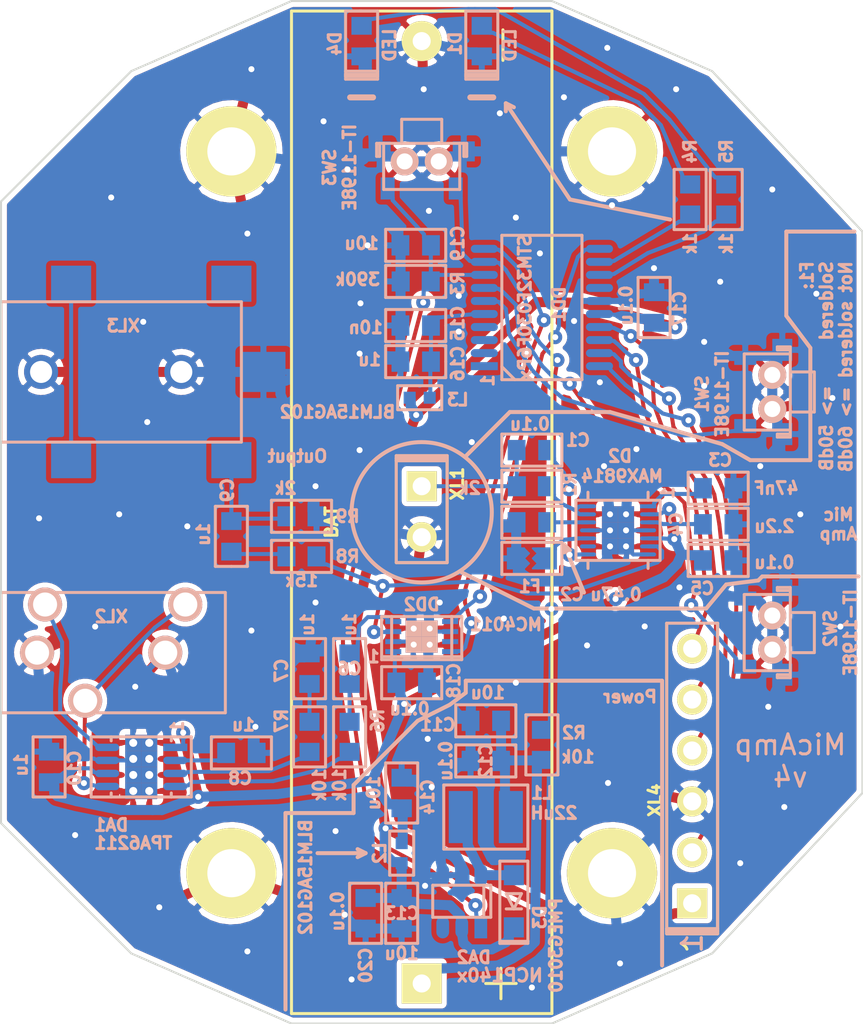
<source format=kicad_pcb>
(kicad_pcb (version 4) (host pcbnew 4.0.3-stable)
  (layers (0 F.Cu signal hide) (31 B.Cu signal hide) (36 B.SilkS user) (37 F.SilkS user) (38 B.Mask user) (39 F.Mask user) (44 Edge.Cuts user))
  (net 0 "")
  (net 1 "Net-(C1-Pad1)")
  (net 2 GND)
  (net 3 "Net-(C2-Pad1)")
  (net 4 "Net-(C3-Pad1)")
  (net 5 "Net-(C4-Pad1)")
  (net 6 /MICIN)
  (net 7 "Net-(C7-Pad1)")
  (net 8 "Net-(C9-Pad1)")
  (net 9 "Net-(C9-Pad2)")
  (net 10 /MICBIAS)
  (net 11 "Net-(C8-Pad1)")
  (net 12 "Net-(D1-PadA)")
  (net 13 "Net-(D2-Pad10)")
  (net 14 +BATT)
  (net 15 +3.3V)
  (net 16 "Net-(C6-Pad2)")
  (net 17 "Net-(DA1-Pad3)")
  (net 18 "Net-(DA1-Pad4)")
  (net 19 "Net-(DA1-Pad5)")
  (net 20 "Net-(DA1-Pad8)")
  (net 21 /3v3unfil)
  (net 22 /Lout)
  (net 23 /W)
  (net 24 "Net-(C15-Pad1)")
  (net 25 /PWR_EN)
  (net 26 /MicAmpOut)
  (net 27 /UART_TX)
  (net 28 /UART_RX)
  (net 29 /SWDIO)
  (net 30 /SWCLK)
  (net 31 "Net-(DD1-Pad13)")
  (net 32 "Net-(DD1-Pad12)")
  (net 33 /CS)
  (net 34 "Net-(DD1-Pad6)")
  (net 35 "Net-(DD1-Pad7)")
  (net 36 /BTN_CHCK)
  (net 37 /UD)
  (net 38 "Net-(XL3-Pad2)")
  (net 39 "Net-(D4-PadA)")
  (module Installation:BATTERY_AAA_X1 (layer F.Cu) (at 138.5 89.9 270)
    (fp_text reference B1 hide)
    (fp_text value BAT (at 0.50038 4.50088 270) (layer F.SilkS) (effects (font (size 0.6 0.6))))
    (fp_text user - (at -23.3 -3.9 270) (layer F.SilkS) (effects (font (size 2 2))))
    (fp_text user + (at 23.5 -3.8 270) (layer F.SilkS) (effects (font (size 2 2))))
    (pad A thru_hole rect (at 23.5 0 270) (size 2 2) (drill 0.9) (layers *.Cu *.Mask F.SilkS) (net 14 +BATT))
    (pad C thru_hole circle (at -23.5 0 270) (size 2 2) (drill 0.9) (layers *.Cu *.Mask F.SilkS) (net 2 GND))
  )
  (module Capacitors:CAP_0603 (layer B.Cu) (at 144 90.4 180)
    (fp_text reference C2 (at -2 -3.6 360) (layer B.SilkS) (effects (font (size 0.6 0.6)) (justify mirror)))
    (fp_text value 0.47u (at -4.2 -3.6 180) (layer B.SilkS) (effects (font (size 0.6 0.6)) (justify mirror)))
    (pad 1 smd rect (at -0.762 0 180) (size 0.889 1.016) (layers B.Cu B.Mask) (net 3 "Net-(C2-Pad1)"))
    (pad 2 smd rect (at 0.762 0 180) (size 0.889 1.016) (layers B.Cu B.Mask) (net 2 GND))
  )
  (module Capacitors:CAP_0603 (layer B.Cu) (at 144 86.8)
    (fp_text reference C1 (at 2.3 -0.5) (layer B.SilkS) (effects (font (size 0.6 0.6)) (justify mirror)))
    (fp_text value 0.1u (at -0.1 -1.3 180) (layer B.SilkS) (effects (font (size 0.6 0.6)) (justify mirror)))
    (pad 1 smd rect (at -0.762 0) (size 0.889 1.016) (layers B.Cu B.Mask) (net 1 "Net-(C1-Pad1)"))
    (pad 2 smd rect (at 0.762 0) (size 0.889 1.016) (layers B.Cu B.Mask) (net 6 /MICIN))
  )
  (module Capacitors:CAP_0603 (layer B.Cu) (at 153.3 88.7)
    (fp_text reference C3 (at 0.1 -1.4) (layer B.SilkS) (effects (font (size 0.6 0.6)) (justify mirror)))
    (fp_text value 47nF (at 2.9 0) (layer B.SilkS) (effects (font (size 0.6 0.6)) (justify mirror)))
    (pad 1 smd rect (at -0.762 0) (size 0.889 1.016) (layers B.Cu B.Mask) (net 4 "Net-(C3-Pad1)"))
    (pad 2 smd rect (at 0.762 0) (size 0.889 1.016) (layers B.Cu B.Mask) (net 2 GND))
  )
  (module Capacitors:CAP_0603 (layer B.Cu) (at 153.3 90.5)
    (fp_text reference C4 (at -2.1 0 90) (layer B.SilkS) (effects (font (size 0.6 0.6)) (justify mirror)))
    (fp_text value 2.2u (at 2.8 0.1) (layer B.SilkS) (effects (font (size 0.6 0.6)) (justify mirror)))
    (pad 1 smd rect (at -0.762 0) (size 0.889 1.016) (layers B.Cu B.Mask) (net 5 "Net-(C4-Pad1)"))
    (pad 2 smd rect (at 0.762 0) (size 0.889 1.016) (layers B.Cu B.Mask) (net 2 GND))
  )
  (module Capacitors:CAP_0603 (layer B.Cu) (at 153.3 92.3)
    (fp_text reference C5 (at -0.8 1.4) (layer B.SilkS) (effects (font (size 0.6 0.6)) (justify mirror)))
    (fp_text value 0.1u (at 2.8 0.1) (layer B.SilkS) (effects (font (size 0.6 0.6)) (justify mirror)))
    (pad 1 smd rect (at -0.762 0) (size 0.889 1.016) (layers B.Cu B.Mask) (net 15 +3.3V))
    (pad 2 smd rect (at 0.762 0) (size 0.889 1.016) (layers B.Cu B.Mask) (net 2 GND))
  )
  (module Resistors:RES_0603_SOLDERFUSE (layer B.Cu) (at 144 92.2 180)
    (fp_text reference F1 (at 0.1 -1.4 180) (layer B.SilkS) (effects (font (size 0.6 0.6)) (justify mirror)))
    (fp_text value Fuse0R hide)
    (fp_line (start -0.3 -0.2) (end -0.3 0.15) (layer B.Cu) (width 0.1))
    (fp_line (start -0.3 0.15) (end -0.15 0) (layer B.Cu) (width 0.1))
    (fp_line (start -0.15 0) (end -0.25 -0.1) (layer B.Cu) (width 0.1))
    (fp_line (start -0.25 -0.1) (end -0.25 0) (layer B.Cu) (width 0.1))
    (fp_line (start -0.15 -0.45) (end -0.3 -0.45) (layer B.Cu) (width 0.1))
    (fp_line (start -0.3 -0.45) (end -0.3 -0.35) (layer B.Cu) (width 0.1))
    (fp_line (start -0.3 -0.35) (end -0.25 -0.4) (layer B.Cu) (width 0.1))
    (fp_line (start 0.35 -0.4) (end 0.25 -0.25) (layer B.Cu) (width 0.1))
    (fp_line (start 0.25 -0.25) (end 0.35 -0.15) (layer B.Cu) (width 0.1))
    (fp_line (start 0.35 -0.15) (end 0.35 -0.3) (layer B.Cu) (width 0.1))
    (fp_line (start 0.35 0.15) (end 0.25 0.25) (layer B.Cu) (width 0.1))
    (fp_line (start 0.25 0.25) (end 0.35 0.35) (layer B.Cu) (width 0.1))
    (fp_line (start 0.35 0.35) (end 0.35 0.25) (layer B.Cu) (width 0.1))
    (fp_line (start -0.3 0.45) (end -0.2 0.45) (layer B.Cu) (width 0.1))
    (fp_line (start -0.2 0.45) (end -0.3 0.35) (layer B.Cu) (width 0.1))
    (fp_line (start -0.05 0.5) (end -0.35 0.5) (layer B.Cu) (width 0.1))
    (fp_line (start -0.35 0.5) (end -0.35 -0.5) (layer B.Cu) (width 0.1))
    (fp_line (start -0.35 -0.5) (end -0.05 -0.5) (layer B.Cu) (width 0.1))
    (fp_line (start 0.4 0.5) (end 0.15 0.25) (layer B.Cu) (width 0.1))
    (fp_line (start 0.15 0.25) (end 0.4 0) (layer B.Cu) (width 0.1))
    (fp_line (start 0.4 0) (end 0.15 -0.25) (layer B.Cu) (width 0.1))
    (fp_line (start 0.15 -0.25) (end 0.4 -0.5) (layer B.Cu) (width 0.1))
    (fp_line (start 0.4 -0.5) (end 0.4 0.5) (layer B.Cu) (width 0.1))
    (fp_line (start -0.05 0) (end -0.3 -0.25) (layer B.Cu) (width 0.1))
    (fp_line (start -0.3 -0.25) (end -0.05 -0.5) (layer B.Cu) (width 0.1))
    (fp_line (start -0.05 0) (end -0.3 0.25) (layer B.Cu) (width 0.1))
    (fp_line (start -0.3 0.25) (end -0.05 0.5) (layer B.Cu) (width 0.1))
    (pad 1 smd rect (at -0.75 0 180) (size 1 1.1) (layers B.Cu B.Mask) (net 13 "Net-(D2-Pad10)"))
    (pad 2 smd rect (at 0.8 0 180) (size 0.9 1.1) (layers B.Cu B.Mask) (net 2 GND))
  )
  (module Resistors:RES_0603 (layer B.Cu) (at 144 88.6)
    (fp_text reference R1 (at 1.9 -0.1 90) (layer B.SilkS) (effects (font (size 0.6 0.6)) (justify mirror)))
    (fp_text value 2k (at -3.1 0.1) (layer B.SilkS) (effects (font (size 0.6 0.6)) (justify mirror)))
    (pad 1 smd rect (at -0.75 0) (size 0.9 1) (layers B.Cu B.Mask) (net 1 "Net-(C1-Pad1)"))
    (pad 2 smd rect (at 0.75 0) (size 0.9 1) (layers B.Cu B.Mask) (net 10 /MICBIAS))
  )
  (module Resistors:RES_0603 (layer B.Cu) (at 144.5 101.5 90)
    (fp_text reference R2 (at 0.6 1.6 180) (layer B.SilkS) (effects (font (size 0.6 0.6)) (justify mirror)))
    (fp_text value 10k (at -0.6 1.8 180) (layer B.SilkS) (effects (font (size 0.6 0.6)) (justify mirror)))
    (pad 1 smd rect (at -0.75 0 90) (size 0.9 1) (layers B.Cu B.Mask) (net 14 +BATT))
    (pad 2 smd rect (at 0.75 0 90) (size 0.9 1) (layers B.Cu B.Mask) (net 36 /BTN_CHCK))
  )
  (module Resistors:RES_0603 (layer B.Cu) (at 138.2 78.3862 180)
    (fp_text reference R3 (at -2.1 -0.1 270) (layer B.SilkS) (effects (font (size 0.6 0.6)) (justify mirror)))
    (fp_text value 390k (at 2.9 0.1 180) (layer B.SilkS) (effects (font (size 0.6 0.6)) (justify mirror)))
    (pad 1 smd rect (at -0.75 0 180) (size 0.9 1) (layers B.Cu B.Mask) (net 25 /PWR_EN))
    (pad 2 smd rect (at 0.75 0 180) (size 0.9 1) (layers B.Cu B.Mask) (net 2 GND))
  )
  (module Resistors:RES_0603 (layer B.Cu) (at 151.9 74.3 90)
    (fp_text reference R4 (at 2.4 0 90) (layer B.SilkS) (effects (font (size 0.6 0.6)) (justify mirror)))
    (fp_text value 1k (at -2.2 0 90) (layer B.SilkS) (effects (font (size 0.6 0.6)) (justify mirror)))
    (pad 1 smd rect (at -0.75 0 90) (size 0.9 1) (layers B.Cu B.Mask) (net 32 "Net-(DD1-Pad12)"))
    (pad 2 smd rect (at 0.75 0 90) (size 0.9 1) (layers B.Cu B.Mask) (net 12 "Net-(D1-PadA)"))
  )
  (module Resistors:RES_0603 (layer B.Cu) (at 132.5 90.1)
    (fp_text reference R9 (at 2.3 0) (layer B.SilkS) (effects (font (size 0.6 0.6)) (justify mirror)))
    (fp_text value 2k (at -0.8 -1.4 180) (layer B.SilkS) (effects (font (size 0.6 0.6)) (justify mirror)))
    (pad 1 smd rect (at -0.75 0) (size 0.9 1) (layers B.Cu B.Mask) (net 9 "Net-(C9-Pad2)"))
    (pad 2 smd rect (at 0.75 0) (size 0.9 1) (layers B.Cu B.Mask) (net 2 GND))
  )
  (module Connectors:PLS-2 (layer F.Cu) (at 138.5 88.6 270)
    (fp_text reference XL1 (at -0.127 -1.778 270) (layer F.SilkS) (effects (font (size 0.6 0.6))))
    (fp_text value CONN_2 hide)
    (pad 1 thru_hole rect (at 0 0 270) (size 1.5 1.5) (drill 0.9) (layers *.Cu *.Mask F.SilkS) (net 1 "Net-(C1-Pad1)"))
    (pad 2 thru_hole circle (at 2.54 0 270) (size 1.5 1.5) (drill 0.9) (layers *.Cu *.Mask F.SilkS) (net 2 GND))
  )
  (module QFN_DFN:DFN14 (layer B.Cu) (at 148.3 90.8 270)
    (fp_text reference D2 (at -3.7 -0.1 360) (layer B.SilkS) (effects (font (size 0.6 0.6)) (justify mirror)))
    (fp_text value MAX9814 (at -2.7 -0.2 360) (layer B.SilkS) (effects (font (size 0.6 0.6)) (justify mirror)))
    (fp_text user 1 (at -1.8758 -2.4797 270) (layer B.SilkS) (effects (font (size 0.6 0.6)) (justify mirror)))
    (pad PAD thru_hole rect (at 0 0.4 270) (size 0.8 0.8) (drill 0.3) (layers *.Cu B.Mask) (net 2 GND))
    (pad PAD thru_hole rect (at 0 -0.4 270) (size 0.8 0.8) (drill 0.3) (layers *.Cu B.Mask) (net 2 GND))
    (pad PAD thru_hole rect (at 0.8 0.4 270) (size 0.8 0.8) (drill 0.3) (layers *.Cu B.Mask) (net 2 GND))
    (pad PAD thru_hole rect (at 0.8 -0.4 270) (size 0.8 0.8) (drill 0.3) (layers *.Cu B.Mask) (net 2 GND))
    (pad PAD thru_hole rect (at -0.8 0.4 270) (size 0.8 0.8) (drill 0.3) (layers *.Cu B.Mask) (net 2 GND))
    (pad PAD thru_hole rect (at -0.8 -0.4 270) (size 0.8 0.8) (drill 0.3) (layers *.Cu B.Mask) (net 2 GND))
    (pad 1 smd rect (at -1.2 -1.5 270) (size 0.2 0.8) (layers B.Cu B.Mask) (net 4 "Net-(C3-Pad1)"))
    (pad 2 smd oval (at -0.8 -1.5 270) (size 0.2 0.8) (layers B.Cu B.Mask) (net 15 +3.3V))
    (pad 3 smd oval (at -0.4 -1.5 270) (size 0.2 0.8) (layers B.Cu B.Mask) (net 5 "Net-(C4-Pad1)"))
    (pad 4 smd oval (at 0 -1.5 270) (size 0.2 0.8) (layers B.Cu B.Mask) (net 2 GND))
    (pad 5 smd oval (at 0.4 -1.5 270) (size 0.2 0.8) (layers B.Cu B.Mask) (net 15 +3.3V))
    (pad 6 smd oval (at 0.8 -1.5 270) (size 0.2 0.8) (layers B.Cu B.Mask) (net 26 /MicAmpOut))
    (pad 7 smd oval (at 1.2 -1.5 270) (size 0.2 0.8) (layers B.Cu B.Mask) (net 2 GND))
    (pad 8 smd oval (at 1.2 1.5 270) (size 0.2 0.8) (layers B.Cu B.Mask) (net 6 /MICIN))
    (pad 9 smd oval (at 0.8 1.5 270) (size 0.2 0.8) (layers B.Cu B.Mask))
    (pad 10 smd oval (at 0.4 1.5 270) (size 0.2 0.8) (layers B.Cu B.Mask) (net 13 "Net-(D2-Pad10)"))
    (pad 11 smd oval (at 0 1.5 270) (size 0.2 0.8) (layers B.Cu B.Mask) (net 2 GND))
    (pad 12 smd oval (at -0.4 1.5 270) (size 0.2 0.8) (layers B.Cu B.Mask) (net 3 "Net-(C2-Pad1)"))
    (pad 13 smd oval (at -0.8 1.5 270) (size 0.2 0.8) (layers B.Cu B.Mask) (net 10 /MICBIAS))
    (pad 14 smd oval (at -1.2 1.5 270) (size 0.2 0.8) (layers B.Cu B.Mask) (net 10 /MICBIAS))
  )
  (module Capacitors:CAP_0603 (layer B.Cu) (at 134.9 97.7 270)
    (fp_text reference C6 (at 0 0 360) (layer B.SilkS) (effects (font (size 0.6 0.6)) (justify mirror)))
    (fp_text value 1u (at -2.2 0 270) (layer B.SilkS) (effects (font (size 0.6 0.6)) (justify mirror)))
    (pad 1 smd rect (at -0.762 0 270) (size 0.889 1.016) (layers B.Cu B.Mask) (net 23 /W))
    (pad 2 smd rect (at 0.762 0 270) (size 0.889 1.016) (layers B.Cu B.Mask) (net 16 "Net-(C6-Pad2)"))
  )
  (module Capacitors:CAP_0603 (layer B.Cu) (at 132.9 97.7 90)
    (fp_text reference C7 (at -0.1 -1.4 90) (layer B.SilkS) (effects (font (size 0.6 0.6)) (justify mirror)))
    (fp_text value 1u (at 2.2 -0.1 90) (layer B.SilkS) (effects (font (size 0.6 0.6)) (justify mirror)))
    (pad 1 smd rect (at -0.762 0 90) (size 0.889 1.016) (layers B.Cu B.Mask) (net 7 "Net-(C7-Pad1)"))
    (pad 2 smd rect (at 0.762 0 90) (size 0.889 1.016) (layers B.Cu B.Mask) (net 2 GND))
  )
  (module Capacitors:CAP_0603 (layer B.Cu) (at 129.5 101.9)
    (fp_text reference C8 (at -0.0635 1.27) (layer B.SilkS) (effects (font (size 0.6 0.6)) (justify mirror)))
    (fp_text value 1u (at 0.09906 -1.39954) (layer B.SilkS) (effects (font (size 0.6 0.6)) (justify mirror)))
    (pad 1 smd rect (at -0.762 0) (size 0.889 1.016) (layers B.Cu B.Mask) (net 11 "Net-(C8-Pad1)"))
    (pad 2 smd rect (at 0.762 0) (size 0.889 1.016) (layers B.Cu B.Mask) (net 2 GND))
  )
  (module Capacitors:CAP_0603 (layer B.Cu) (at 129 91.1 90)
    (fp_text reference C9 (at 2.3 -0.2 90) (layer B.SilkS) (effects (font (size 0.6 0.6)) (justify mirror)))
    (fp_text value 1u (at 0.09906 -1.39954 90) (layer B.SilkS) (effects (font (size 0.6 0.6)) (justify mirror)))
    (pad 1 smd rect (at -0.762 0 90) (size 0.889 1.016) (layers B.Cu B.Mask) (net 8 "Net-(C9-Pad1)"))
    (pad 2 smd rect (at 0.762 0 90) (size 0.889 1.016) (layers B.Cu B.Mask) (net 9 "Net-(C9-Pad2)"))
  )
  (module Capacitors:CAP_0603 (layer B.Cu) (at 119.9 102.6 90)
    (fp_text reference C10 (at -0.0635 1.27 90) (layer B.SilkS) (effects (font (size 0.6 0.6)) (justify mirror)))
    (fp_text value 1u (at 0.09906 -1.39954 90) (layer B.SilkS) (effects (font (size 0.6 0.6)) (justify mirror)))
    (pad 1 smd rect (at -0.762 0 90) (size 0.889 1.016) (layers B.Cu B.Mask) (net 15 +3.3V))
    (pad 2 smd rect (at 0.762 0 90) (size 0.889 1.016) (layers B.Cu B.Mask) (net 2 GND))
  )
  (module QFN_DFN:DRB8 (layer B.Cu) (at 124.5 102.6 270)
    (fp_text reference DA1 (at 2.9 1.5 360) (layer B.SilkS) (effects (font (size 0.6 0.6)) (justify mirror)))
    (fp_text value TPA6211 (at 3.8 0.4 360) (layer B.SilkS) (effects (font (size 0.6 0.6)) (justify mirror)))
    (fp_text user 1 (at -2 -1.8 270) (layer B.SilkS) (effects (font (size 0.6 0.6)) (justify mirror)))
    (pad 1 smd rect (at -0.975 -1.7 180) (size 1.2 0.37) (layers B.Cu B.Mask) (net 15 +3.3V))
    (pad 2 smd oval (at -0.325 -1.7 180) (size 1.2 0.37) (layers B.Cu B.Mask) (net 11 "Net-(C8-Pad1)"))
    (pad 3 smd oval (at 0.325 -1.7 180) (size 1.2 0.37) (layers B.Cu B.Mask) (net 17 "Net-(DA1-Pad3)"))
    (pad 4 smd oval (at 0.975 -1.7 180) (size 1.2 0.37) (layers B.Cu B.Mask) (net 18 "Net-(DA1-Pad4)"))
    (pad 5 smd oval (at 0.975 1.7 180) (size 1.2 0.37) (layers B.Cu B.Mask) (net 19 "Net-(DA1-Pad5)"))
    (pad 6 smd oval (at 0.325 1.7 180) (size 1.2 0.37) (layers B.Cu B.Mask) (net 15 +3.3V))
    (pad 7 smd oval (at -0.325 1.7 180) (size 1.2 0.37) (layers B.Cu B.Mask) (net 2 GND))
    (pad 8 smd oval (at -0.975 1.7 180) (size 1.2 0.37) (layers B.Cu B.Mask) (net 20 "Net-(DA1-Pad8)"))
    (pad PAD thru_hole rect (at -1.2 0.4 180) (size 0.8 0.8) (drill 0.4) (layers *.Cu B.Mask) (net 2 GND))
    (pad PAD thru_hole rect (at -0.4 0.4 180) (size 0.8 0.8) (drill 0.4) (layers *.Cu B.Mask) (net 2 GND))
    (pad PAD thru_hole rect (at 0.4 0.4 180) (size 0.8 0.8) (drill 0.4) (layers *.Cu B.Mask) (net 2 GND))
    (pad PAD thru_hole rect (at 1.2 0.4 180) (size 0.8 0.8) (drill 0.4) (layers *.Cu B.Mask) (net 2 GND))
    (pad PAD thru_hole rect (at -1.2 -0.4 180) (size 0.8 0.8) (drill 0.4) (layers *.Cu B.Mask) (net 2 GND))
    (pad PAD thru_hole rect (at -0.4 -0.4 180) (size 0.8 0.8) (drill 0.4) (layers *.Cu B.Mask) (net 2 GND))
    (pad PAD thru_hole rect (at 0.4 -0.4 180) (size 0.8 0.8) (drill 0.4) (layers *.Cu B.Mask) (net 2 GND))
    (pad PAD thru_hole rect (at 1.2 -0.4 180) (size 0.8 0.8) (drill 0.4) (layers *.Cu B.Mask) (net 2 GND))
  )
  (module Resistors:RES_0603 (layer B.Cu) (at 134.9 101.1 270)
    (fp_text reference R6 (at -0.8 -1.4 270) (layer B.SilkS) (effects (font (size 0.6 0.6)) (justify mirror)))
    (fp_text value 10k (at 2.4 0.5 270) (layer B.SilkS) (effects (font (size 0.6 0.6)) (justify mirror)))
    (pad 1 smd rect (at -0.75 0 270) (size 0.9 1) (layers B.Cu B.Mask) (net 16 "Net-(C6-Pad2)"))
    (pad 2 smd rect (at 0.75 0 270) (size 0.9 1) (layers B.Cu B.Mask) (net 18 "Net-(DA1-Pad4)"))
  )
  (module Resistors:RES_0603 (layer B.Cu) (at 132.9 101.1 270)
    (fp_text reference R7 (at -0.8 1.4 270) (layer B.SilkS) (effects (font (size 0.6 0.6)) (justify mirror)))
    (fp_text value 10k (at 2.4 -0.5 270) (layer B.SilkS) (effects (font (size 0.6 0.6)) (justify mirror)))
    (pad 1 smd rect (at -0.75 0 270) (size 0.9 1) (layers B.Cu B.Mask) (net 7 "Net-(C7-Pad1)"))
    (pad 2 smd rect (at 0.75 0 270) (size 0.9 1) (layers B.Cu B.Mask) (net 17 "Net-(DA1-Pad3)"))
  )
  (module Resistors:RES_0603 (layer B.Cu) (at 132.5 92.1)
    (fp_text reference R8 (at 2.3 0) (layer B.SilkS) (effects (font (size 0.6 0.6)) (justify mirror)))
    (fp_text value 15k (at 0 1.2) (layer B.SilkS) (effects (font (size 0.6 0.6)) (justify mirror)))
    (pad 1 smd rect (at -0.75 0) (size 0.9 1) (layers B.Cu B.Mask) (net 8 "Net-(C9-Pad1)"))
    (pad 2 smd rect (at 0.75 0) (size 0.9 1) (layers B.Cu B.Mask) (net 26 /MicAmpOut))
  )
  (module Connectors:AUDIO_CKX3_5_30 (layer B.Cu) (at 117.5 96.9 180)
    (fp_text reference XL2 (at -5.5 1.8 180) (layer B.SilkS) (effects (font (size 0.6 0.6)) (justify mirror)))
    (fp_text value AudioJackSimple hide)
    (pad H thru_hole circle (at -1.80086 0 180) (size 1.69926 1.69926) (drill 1.19888) (layers *.Cu *.Mask B.SilkS) (net 2 GND))
    (pad 1 thru_hole circle (at -2.19964 2.4003 180) (size 1.69926 1.69926) (drill 1.19888) (layers *.Cu *.Mask B.SilkS) (net 20 "Net-(DA1-Pad8)"))
    (pad 2 thru_hole circle (at -4.20116 -2.4003 180) (size 1.69926 1.69926) (drill 1.19888) (layers *.Cu *.Mask B.SilkS) (net 19 "Net-(DA1-Pad5)"))
    (pad 3 thru_hole circle (at -9.19988 2.4003 180) (size 1.69926 1.69926) (drill 1.19888) (layers *.Cu *.Mask B.SilkS) (net 19 "Net-(DA1-Pad5)"))
    (pad H thru_hole circle (at -8.19912 0 180) (size 1.69926 1.69926) (drill 1.19888) (layers *.Cu *.Mask B.SilkS) (net 2 GND))
  )
  (module Capacitors:CAP_0603 (layer B.Cu) (at 141.7 100.3)
    (fp_text reference C11 (at -2.4 0.2) (layer B.SilkS) (effects (font (size 0.6 0.6)) (justify mirror)))
    (fp_text value 10u (at 0.09906 -1.39954) (layer B.SilkS) (effects (font (size 0.6 0.6)) (justify mirror)))
    (pad 1 smd rect (at -0.762 0) (size 0.889 1.016) (layers B.Cu B.Mask) (net 2 GND))
    (pad 2 smd rect (at 0.762 0) (size 0.889 1.016) (layers B.Cu B.Mask) (net 14 +BATT))
  )
  (module Capacitors:CAP_0603 (layer B.Cu) (at 141.7 102.3)
    (fp_text reference C12 (at 0 0 270) (layer B.SilkS) (effects (font (size 0.6 0.6)) (justify mirror)))
    (fp_text value 0.1u (at -2 0 90) (layer B.SilkS) (effects (font (size 0.6 0.6)) (justify mirror)))
    (pad 1 smd rect (at -0.762 0) (size 0.889 1.016) (layers B.Cu B.Mask) (net 2 GND))
    (pad 2 smd rect (at 0.762 0) (size 0.889 1.016) (layers B.Cu B.Mask) (net 14 +BATT))
  )
  (module Capacitors:CAP_0603 (layer B.Cu) (at 137.5 109.9 90)
    (fp_text reference C13 (at 0 0 180) (layer B.SilkS) (effects (font (size 0.6 0.6)) (justify mirror)))
    (fp_text value 10u (at -2 0 180) (layer B.SilkS) (effects (font (size 0.6 0.6)) (justify mirror)))
    (pad 1 smd rect (at -0.762 0 90) (size 0.889 1.016) (layers B.Cu B.Mask) (net 2 GND))
    (pad 2 smd rect (at 0.762 0 90) (size 0.889 1.016) (layers B.Cu B.Mask) (net 21 /3v3unfil))
  )
  (module Capacitors:CAP_0603 (layer B.Cu) (at 137.5 103.9 270)
    (fp_text reference C14 (at 0.2 -1.3 270) (layer B.SilkS) (effects (font (size 0.6 0.6)) (justify mirror)))
    (fp_text value 10u (at 0 1.4 270) (layer B.SilkS) (effects (font (size 0.6 0.6)) (justify mirror)))
    (pad 1 smd rect (at -0.762 0 270) (size 0.889 1.016) (layers B.Cu B.Mask) (net 2 GND))
    (pad 2 smd rect (at 0.762 0 270) (size 0.889 1.016) (layers B.Cu B.Mask) (net 15 +3.3V))
  )
  (module Diodes:SOD323 (layer B.Cu) (at 143.1 109.3 90)
    (fp_text reference D3 (at -0.8 1.3 90) (layer B.SilkS) (effects (font (size 0.59944 0.59944) (thickness 0.14986)) (justify mirror)))
    (fp_text value PMEG3010 (at -2.2 2.1 90) (layer B.SilkS) (effects (font (size 0.59944 0.59944) (thickness 0.14986)) (justify mirror)))
    (pad C smd rect (at -1.30048 0 90) (size 1.00076 1.00076) (layers B.Cu B.Mask) (net 21 /3v3unfil))
    (pad A smd rect (at 1.30048 0 90) (size 1.00076 1.00076) (layers B.Cu B.Mask) (net 22 /Lout))
  )
  (module SOT:SOT23-5 (layer B.Cu) (at 140.5 109.3 180)
    (fp_text reference DA2 (at -0.6 -2.8 180) (layer B.SilkS) (effects (font (size 0.6 0.6)) (justify mirror)))
    (fp_text value NCP140x (at -1.9 -3.7 180) (layer B.SilkS) (effects (font (size 0.635 0.635) (thickness 0.14986)) (justify mirror)))
    (pad 1 smd rect (at -0.95 -1.3 180) (size 0.635 1.1) (layers B.Cu B.Mask) (net 25 /PWR_EN))
    (pad 2 smd oval (at 0 -1.3 180) (size 0.635 1.1) (layers B.Cu B.Mask) (net 21 /3v3unfil))
    (pad 3 smd oval (at 0.95 -1.3 180) (size 0.635 1.1) (layers B.Cu B.Mask))
    (pad 4 smd oval (at 0.95 1.3 180) (size 0.635 1.1) (layers B.Cu B.Mask) (net 2 GND))
    (pad 5 smd oval (at -0.95 1.3 180) (size 0.635 1.1) (layers B.Cu B.Mask) (net 22 /Lout))
  )
  (module Inductors:IND_1210_LQH32C (layer B.Cu) (at 141.7 105.1)
    (fp_text reference L1 (at 2.8 -1.2) (layer B.SilkS) (effects (font (size 0.6 0.6)) (justify mirror)))
    (fp_text value 22uH (at 3.4 -0.2) (layer B.SilkS) (effects (font (size 0.6 0.6)) (justify mirror)))
    (pad 1 smd rect (at -1.25 0) (size 1.2 2.6) (layers B.Cu B.Mask) (net 22 /Lout))
    (pad 2 smd rect (at 1.25 0) (size 1.2 2.6) (layers B.Cu B.Mask) (net 14 +BATT))
  )
  (module Inductors:IND_0402 (layer B.Cu) (at 137.5 106.9 270)
    (fp_text reference L2 (at 0 1.1 270) (layer B.SilkS) (effects (font (size 0.6 0.6)) (justify mirror)))
    (fp_text value BLM15AG102 (at 1.2 4.8 270) (layer B.SilkS) (effects (font (size 0.6 0.6)) (justify mirror)))
    (pad 1 smd rect (at -0.5 0 270) (size 0.6 0.6) (layers B.Cu B.Mask) (net 15 +3.3V))
    (pad 2 smd rect (at 0.5 0 270) (size 0.6 0.6) (layers B.Cu B.Mask) (net 21 /3v3unfil))
  )
  (module Capacitors:CAP_0603 (layer B.Cu) (at 138.2 80.5862 180)
    (fp_text reference C15 (at -2.1 0.1 270) (layer B.SilkS) (effects (font (size 0.6 0.6)) (justify mirror)))
    (fp_text value 10n (at 2.5 -0.1 180) (layer B.SilkS) (effects (font (size 0.6 0.6)) (justify mirror)))
    (pad 1 smd rect (at -0.762 0 180) (size 0.889 1.016) (layers B.Cu B.Mask) (net 24 "Net-(C15-Pad1)"))
    (pad 2 smd rect (at 0.762 0 180) (size 0.889 1.016) (layers B.Cu B.Mask) (net 2 GND))
  )
  (module Capacitors:CAP_0603 (layer B.Cu) (at 138.2 82.3862 180)
    (fp_text reference C16 (at -2.1 -0.1 270) (layer B.SilkS) (effects (font (size 0.6 0.6)) (justify mirror)))
    (fp_text value 1u (at 2.3 0.1 180) (layer B.SilkS) (effects (font (size 0.6 0.6)) (justify mirror)))
    (pad 1 smd rect (at -0.762 0 180) (size 0.889 1.016) (layers B.Cu B.Mask) (net 24 "Net-(C15-Pad1)"))
    (pad 2 smd rect (at 0.762 0 180) (size 0.889 1.016) (layers B.Cu B.Mask) (net 2 GND))
  )
  (module Capacitors:CAP_0603 (layer B.Cu) (at 150.1 79.6862 90)
    (fp_text reference C17 (at -0.0635 1.27 90) (layer B.SilkS) (effects (font (size 0.6 0.6)) (justify mirror)))
    (fp_text value 0.1u (at 0.09906 -1.39954 90) (layer B.SilkS) (effects (font (size 0.6 0.6)) (justify mirror)))
    (pad 1 smd rect (at -0.762 0 90) (size 0.889 1.016) (layers B.Cu B.Mask) (net 21 /3v3unfil))
    (pad 2 smd rect (at 0.762 0 90) (size 0.889 1.016) (layers B.Cu B.Mask) (net 2 GND))
  )
  (module Capacitors:CAP_0603 (layer B.Cu) (at 138 98.4)
    (fp_text reference C18 (at 2.1 -0.1 90) (layer B.SilkS) (effects (font (size 0.6 0.6)) (justify mirror)))
    (fp_text value 0.1u (at -0.1 1.3) (layer B.SilkS) (effects (font (size 0.6 0.6)) (justify mirror)))
    (pad 1 smd rect (at -0.762 0) (size 0.889 1.016) (layers B.Cu B.Mask) (net 15 +3.3V))
    (pad 2 smd rect (at 0.762 0) (size 0.889 1.016) (layers B.Cu B.Mask) (net 2 GND))
  )
  (module Capacitors:CAP_0603 (layer B.Cu) (at 138.2 76.5862)
    (fp_text reference C19 (at 2.1 -0.1 90) (layer B.SilkS) (effects (font (size 0.6 0.6)) (justify mirror)))
    (fp_text value 10u (at -2.7 -0.1) (layer B.SilkS) (effects (font (size 0.6 0.6)) (justify mirror)))
    (pad 1 smd rect (at -0.762 0) (size 0.889 1.016) (layers B.Cu B.Mask) (net 2 GND))
    (pad 2 smd rect (at 0.762 0) (size 0.889 1.016) (layers B.Cu B.Mask) (net 25 /PWR_EN))
  )
  (module Capacitors:CAP_0603 (layer B.Cu) (at 135.7 109.9 90)
    (fp_text reference C20 (at -2.6 0 90) (layer B.SilkS) (effects (font (size 0.6 0.6)) (justify mirror)))
    (fp_text value 0.1u (at 0.09906 -1.39954 90) (layer B.SilkS) (effects (font (size 0.6 0.6)) (justify mirror)))
    (pad 1 smd rect (at -0.762 0 90) (size 0.889 1.016) (layers B.Cu B.Mask) (net 2 GND))
    (pad 2 smd rect (at 0.762 0 90) (size 0.889 1.016) (layers B.Cu B.Mask) (net 21 /3v3unfil))
  )
  (module LEDs:LED_0603 (layer B.Cu) (at 141.5 66.4 270)
    (fp_text reference D1 (at 0.127 1.3335 270) (layer B.SilkS) (effects (font (size 0.6 0.6)) (justify mirror)))
    (fp_text value LED (at 0.2 -1.4 270) (layer B.SilkS) (effects (font (size 0.6 0.6)) (justify mirror)))
    (pad A smd rect (at -0.762 0 270) (size 0.889 1.016) (layers B.Cu B.Mask) (net 12 "Net-(D1-PadA)"))
    (pad C smd rect (at 0.762 0 270) (size 0.889 1.016) (layers B.Cu B.Mask) (net 2 GND))
  )
  (module SO_DIL_TSSOP:TSSOP20 (layer B.Cu) (at 144.5 79.6862 90)
    (fp_text reference DD1 (at 0.15 0.85 90) (layer B.SilkS) (effects (font (size 0.6 0.6)) (justify mirror)))
    (fp_text value STM32F030F6Px (at 0 -0.85 90) (layer B.SilkS) (effects (font (size 0.6 0.6)) (justify mirror)))
    (fp_text user 1 (at -3.65 -2.7 90) (layer B.SilkS) (effects (font (size 0.6 0.6)) (justify mirror)))
    (pad 16 smd oval (at -0.325 2.875 90) (size 0.4 1.35) (layers B.Cu B.Mask) (net 21 /3v3unfil))
    (pad 17 smd oval (at -0.975 2.875 90) (size 0.4 1.35) (layers B.Cu B.Mask) (net 27 /UART_TX))
    (pad 18 smd oval (at -1.625 2.875 90) (size 0.4 1.35) (layers B.Cu B.Mask) (net 28 /UART_RX))
    (pad 19 smd oval (at -2.275 2.875 90) (size 0.4 1.35) (layers B.Cu B.Mask) (net 29 /SWDIO))
    (pad 20 smd oval (at -2.925 2.875 90) (size 0.4 1.35) (layers B.Cu B.Mask) (net 30 /SWCLK))
    (pad 15 smd oval (at 0.325 2.875 90) (size 0.4 1.35) (layers B.Cu B.Mask) (net 2 GND))
    (pad 14 smd oval (at 0.975 2.875 90) (size 0.4 1.35) (layers B.Cu B.Mask))
    (pad 13 smd oval (at 1.625 2.875 90) (size 0.4 1.35) (layers B.Cu B.Mask) (net 31 "Net-(DD1-Pad13)"))
    (pad 12 smd oval (at 2.275 2.875 90) (size 0.4 1.35) (layers B.Cu B.Mask) (net 32 "Net-(DD1-Pad12)"))
    (pad 11 smd oval (at 2.925 2.875 90) (size 0.4 1.35) (layers B.Cu B.Mask) (net 33 /CS))
    (pad 5 smd oval (at -0.325 -2.875 90) (size 0.4 1.35) (layers B.Cu B.Mask) (net 24 "Net-(C15-Pad1)"))
    (pad 4 smd oval (at -0.975 -2.875 90) (size 0.4 1.35) (layers B.Cu B.Mask))
    (pad 3 smd oval (at -1.625 -2.875 90) (size 0.4 1.35) (layers B.Cu B.Mask))
    (pad 2 smd oval (at -2.275 -2.875 90) (size 0.4 1.35) (layers B.Cu B.Mask))
    (pad 1 smd rect (at -2.925 -2.875 90) (size 0.4 1.35) (layers B.Cu B.Mask))
    (pad 6 smd oval (at 0.325 -2.875 90) (size 0.4 1.35) (layers B.Cu B.Mask) (net 34 "Net-(DD1-Pad6)"))
    (pad 7 smd oval (at 0.975 -2.875 90) (size 0.4 1.35) (layers B.Cu B.Mask) (net 35 "Net-(DD1-Pad7)"))
    (pad 8 smd oval (at 1.625 -2.875 90) (size 0.4 1.35) (layers B.Cu B.Mask) (net 25 /PWR_EN))
    (pad 9 smd oval (at 2.275 -2.875 90) (size 0.4 1.35) (layers B.Cu B.Mask) (net 36 /BTN_CHCK))
    (pad 10 smd oval (at 2.925 -2.875 90) (size 0.4 1.35) (layers B.Cu B.Mask) (net 37 /UD))
  )
  (module QFN_DFN:DFN8_2x3 (layer B.Cu) (at 138.5 96.1 90)
    (fp_text reference DD2 (at 1.6 0 360) (layer B.SilkS) (effects (font (size 0.6 0.6)) (justify mirror)))
    (fp_text value MC4011 (at 0.6 4.2 360) (layer B.SilkS) (effects (font (size 0.6 0.6)) (justify mirror)))
    (fp_text user 1 (at -1 -2.4 180) (layer B.SilkS) (effects (font (size 0.6 0.6)) (justify mirror)))
    (pad PAD thru_hole rect (at -0.4 0.4 90) (size 0.8 0.8) (drill 0.3) (layers *.Cu B.SilkS B.Mask) (net 2 GND))
    (pad PAD thru_hole rect (at 0.4 0.4 90) (size 0.8 0.8) (drill 0.3) (layers *.Cu B.SilkS B.Mask) (net 2 GND))
    (pad PAD thru_hole rect (at -0.4 -0.4 90) (size 0.8 0.8) (drill 0.3) (layers *.Cu B.SilkS B.Mask) (net 2 GND))
    (pad PAD thru_hole rect (at 0.4 -0.4 90) (size 0.8 0.8) (drill 0.3) (layers *.Cu B.SilkS B.Mask) (net 2 GND))
    (pad 1 smd rect (at -0.75 -1.42 90) (size 0.25 0.8) (layers B.Cu B.Mask) (net 15 +3.3V))
    (pad 2 smd rect (at -0.25 -1.42 90) (size 0.25 0.8) (layers B.Cu B.Mask) (net 2 GND))
    (pad 3 smd rect (at 0.25 -1.42 90) (size 0.25 0.8) (layers B.Cu B.Mask) (net 26 /MicAmpOut))
    (pad 4 smd rect (at 0.75 -1.42 90) (size 0.25 0.8) (layers B.Cu B.Mask) (net 23 /W))
    (pad 5 smd rect (at 0.75 1.42 90) (size 0.25 0.8) (layers B.Cu B.Mask) (net 33 /CS))
    (pad 6 smd rect (at 0.25 1.42 90) (size 0.25 0.8) (layers B.Cu B.Mask) (net 2 GND))
    (pad 7 smd rect (at -0.25 1.42 90) (size 0.25 0.8) (layers B.Cu B.Mask))
    (pad 8 smd rect (at -0.75 1.42 90) (size 0.25 0.8) (layers B.Cu B.Mask) (net 37 /UD))
  )
  (module PCB:Hole2d4_out4d5mm (layer F.Cu) (at 129 107.9)
    (fp_text reference HOLE1 hide)
    (fp_text value HOLE_METALLED hide)
    (pad H thru_hole circle (at 0 0) (size 4.5 4.5) (drill 2.4) (layers *.Cu *.Mask F.SilkS) (net 2 GND))
  )
  (module PCB:Hole2d4_out4d5mm (layer F.Cu) (at 129 71.9)
    (fp_text reference HOLE2 hide)
    (fp_text value HOLE_METALLED hide)
    (pad H thru_hole circle (at 0 0) (size 4.5 4.5) (drill 2.4) (layers *.Cu *.Mask F.SilkS) (net 2 GND))
  )
  (module PCB:Hole2d4_out4d5mm (layer F.Cu) (at 148 107.9)
    (fp_text reference HOLE3 hide)
    (fp_text value HOLE_METALLED hide)
    (pad H thru_hole circle (at 0 0) (size 4.5 4.5) (drill 2.4) (layers *.Cu *.Mask F.SilkS) (net 2 GND))
  )
  (module PCB:Hole2d4_out4d5mm (layer F.Cu) (at 148 71.9)
    (fp_text reference HOLE4 hide)
    (fp_text value HOLE_METALLED hide)
    (pad H thru_hole circle (at 0 0) (size 4.5 4.5) (drill 2.4) (layers *.Cu *.Mask F.SilkS) (net 2 GND))
  )
  (module Inductors:IND_0402 (layer B.Cu) (at 138.4 84.1862 180)
    (fp_text reference L3 (at -1.9 -0.1 180) (layer B.SilkS) (effects (font (size 0.6 0.6)) (justify mirror)))
    (fp_text value BLM15AG102 (at 4.1 -0.7138 180) (layer B.SilkS) (effects (font (size 0.6 0.6)) (justify mirror)))
    (pad 1 smd rect (at -0.5 0 180) (size 0.6 0.6) (layers B.Cu B.Mask) (net 24 "Net-(C15-Pad1)"))
    (pad 2 smd rect (at 0.5 0 180) (size 0.6 0.6) (layers B.Cu B.Mask) (net 21 /3v3unfil))
  )
  (module BtnsSwitches:BTN_IT1198 (layer B.Cu) (at 156 83.9 270)
    (fp_text reference SW1 (at 0.1 3.5 270) (layer B.SilkS) (effects (font (size 0.6 0.6)) (justify mirror)))
    (fp_text value IT-1198E (at 0.1 2.5 270) (layer B.SilkS) (effects (font (size 0.6 0.6)) (justify mirror)))
    (pad H smd rect (at -2.1 -0.5 270) (size 1.1 1) (layers B.Cu B.Mask) (net 2 GND))
    (pad H smd rect (at 2.1 -0.5 270) (size 1.1 1) (layers B.Cu B.Mask) (net 2 GND))
    (pad 1 smd rect (at -1.7 1.35 270) (size 0.7 1.1) (layers B.Cu B.Mask) (net 2 GND))
    (pad 2 smd rect (at 1.7 1.35 270) (size 0.7 1.1) (layers B.Cu B.Mask) (net 34 "Net-(DD1-Pad6)"))
    (pad H thru_hole circle (at -0.85 0 270) (size 1.4 1.4) (drill 0.8) (layers *.Cu B.SilkS) (net 2 GND))
    (pad H thru_hole circle (at 0.85 0 270) (size 1.4 1.4) (drill 0.8) (layers *.Cu B.SilkS) (net 2 GND))
  )
  (module BtnsSwitches:BTN_IT1198 (layer B.Cu) (at 156 95.9 270)
    (fp_text reference SW2 (at -0.2 -2.9 270) (layer B.SilkS) (effects (font (size 0.6 0.6)) (justify mirror)))
    (fp_text value IT-1198E (at 0 -3.9 270) (layer B.SilkS) (effects (font (size 0.6 0.6)) (justify mirror)))
    (pad H smd rect (at -2.1 -0.5 270) (size 1.1 1) (layers B.Cu B.Mask) (net 2 GND))
    (pad H smd rect (at 2.1 -0.5 270) (size 1.1 1) (layers B.Cu B.Mask) (net 2 GND))
    (pad 1 smd rect (at -1.7 1.35 270) (size 0.7 1.1) (layers B.Cu B.Mask) (net 2 GND))
    (pad 2 smd rect (at 1.7 1.35 270) (size 0.7 1.1) (layers B.Cu B.Mask) (net 35 "Net-(DD1-Pad7)"))
    (pad H thru_hole circle (at -0.85 0 270) (size 1.4 1.4) (drill 0.8) (layers *.Cu B.SilkS) (net 2 GND))
    (pad H thru_hole circle (at 0.85 0 270) (size 1.4 1.4) (drill 0.8) (layers *.Cu B.SilkS) (net 2 GND))
  )
  (module BtnsSwitches:BTN_IT1198 (layer B.Cu) (at 138.5 72.4)
    (fp_text reference SW3 (at -4.6 0.3 90) (layer B.SilkS) (effects (font (size 0.6 0.6)) (justify mirror)))
    (fp_text value IT-1198E (at -3.6 0.3 90) (layer B.SilkS) (effects (font (size 0.6 0.6)) (justify mirror)))
    (pad H smd rect (at -2.1 -0.5) (size 1.1 1) (layers B.Cu B.Mask) (net 2 GND))
    (pad H smd rect (at 2.1 -0.5) (size 1.1 1) (layers B.Cu B.Mask) (net 2 GND))
    (pad 1 smd rect (at -1.7 1.35) (size 0.7 1.1) (layers B.Cu B.Mask) (net 25 /PWR_EN))
    (pad 2 smd rect (at 1.7 1.35) (size 0.7 1.1) (layers B.Cu B.Mask) (net 36 /BTN_CHCK))
    (pad H thru_hole circle (at -0.85 0) (size 1.4 1.4) (drill 0.8) (layers *.Cu B.SilkS) (net 2 GND))
    (pad H thru_hole circle (at 0.85 0) (size 1.4 1.4) (drill 0.8) (layers *.Cu B.SilkS) (net 2 GND))
  )
  (module Connectors:Audio_ST511D01TR (layer B.Cu) (at 117.5 82.9)
    (fp_text reference XL3 (at 6.1 -2.3) (layer B.SilkS) (effects (font (size 0.6 0.6)) (justify mirror)))
    (fp_text value AudioJackSimple_x4 hide)
    (pad H thru_hole circle (at 2 0) (size 1.7 1.7) (drill 1.1) (layers *.Cu *.Mask) (net 2 GND))
    (pad H thru_hole circle (at 9 0) (size 1.7 1.7) (drill 1.1) (layers *.Cu *.Mask) (net 2 GND))
    (pad 1 smd rect (at 13.1 0) (size 2.2 2) (layers B.Cu B.Mask) (net 2 GND))
    (pad 2 smd rect (at 3.5 4.4) (size 2 1.8) (layers B.Cu B.Mask) (net 38 "Net-(XL3-Pad2)"))
    (pad 2 smd rect (at 3.5 -4.4) (size 2 1.8) (layers B.Cu B.Mask) (net 38 "Net-(XL3-Pad2)"))
    (pad 3 smd rect (at 11.5 -4.4) (size 2 1.8) (layers B.Cu B.Mask))
    (pad 4 smd rect (at 11.5 4.4) (size 2 1.8) (layers B.Cu B.Mask) (net 9 "Net-(C9-Pad2)"))
  )
  (module Connectors:PLS-6 (layer F.Cu) (at 152 109.4 90)
    (fp_text reference XL4 (at 5.14096 -1.84912 90) (layer F.SilkS) (effects (font (size 0.6 0.6))))
    (fp_text value CONN_6 hide)
    (fp_text user 1 (at -2 0 90) (layer B.SilkS) (effects (justify mirror)))
    (fp_text user 1 (at -2 0 90) (layer F.SilkS))
    (pad 1 thru_hole rect (at 0 0 90) (size 1.5 1.5) (drill 0.9) (layers *.Cu *.Mask F.SilkS) (net 21 /3v3unfil))
    (pad 2 thru_hole circle (at 2.54 0 90) (size 1.5 1.5) (drill 0.9) (layers *.Cu *.Mask F.SilkS) (net 30 /SWCLK))
    (pad 3 thru_hole circle (at 5.08 0 90) (size 1.5 1.5) (drill 0.9) (layers *.Cu *.Mask F.SilkS) (net 2 GND))
    (pad 4 thru_hole circle (at 7.62 0 90) (size 1.5 1.5) (drill 0.9) (layers *.Cu *.Mask F.SilkS) (net 29 /SWDIO))
    (pad 5 thru_hole circle (at 10.16 0 90) (size 1.5 1.5) (drill 0.9) (layers *.Cu *.Mask F.SilkS) (net 27 /UART_TX))
    (pad 6 thru_hole circle (at 12.7 0 90) (size 1.5 1.5) (drill 0.9) (layers *.Cu *.Mask F.SilkS) (net 28 /UART_RX))
  )
  (module LEDs:LED_0603 (layer B.Cu) (at 135.5 66.4 270)
    (fp_text reference D4 (at 0.127 1.3335 270) (layer B.SilkS) (effects (font (size 0.6 0.6)) (justify mirror)))
    (fp_text value LED (at 0.2 -1.4 270) (layer B.SilkS) (effects (font (size 0.6 0.6)) (justify mirror)))
    (pad A smd rect (at -0.762 0 270) (size 0.889 1.016) (layers B.Cu B.Mask) (net 39 "Net-(D4-PadA)"))
    (pad C smd rect (at 0.762 0 270) (size 0.889 1.016) (layers B.Cu B.Mask) (net 2 GND))
  )
  (module Resistors:RES_0603 (layer B.Cu) (at 153.7 74.3 90)
    (fp_text reference R5 (at 2.4 0 90) (layer B.SilkS) (effects (font (size 0.6 0.6)) (justify mirror)))
    (fp_text value 1k (at -2.2 0 90) (layer B.SilkS) (effects (font (size 0.6 0.6)) (justify mirror)))
    (pad 1 smd rect (at -0.75 0 90) (size 0.9 1) (layers B.Cu B.Mask) (net 31 "Net-(DD1-Pad13)"))
    (pad 2 smd rect (at 0.75 0 90) (size 0.9 1) (layers B.Cu B.Mask) (net 39 "Net-(D4-PadA)"))
  )
  (gr_text "MicAmp\nv4" (at 156.9 102.3) (layer B.SilkS) (effects (font (size 1 1)) (justify mirror)))
  (gr_line (start 142.7 69.5) (end 143.1 69.7) (angle 90) (layer B.SilkS) (width 0.2))
  (gr_line (start 142.7 69.5) (end 142.7 69.9) (angle 90) (layer B.SilkS) (width 0.2))
  (gr_line (start 145.9 74.3) (end 142.7 69.5) (angle 90) (layer B.SilkS) (width 0.2))
  (gr_line (start 150.9 75.3) (end 145.9 74.3) (angle 90) (layer B.SilkS) (width 0.2))
  (gr_line (start 153.5 86.5) (end 147.9 84.9) (angle 90) (layer B.SilkS) (width 0.2))
  (gr_line (start 154.9 87.3) (end 153.5 86.5) (angle 90) (layer B.SilkS) (width 0.2))
  (gr_line (start 157.9 87.3) (end 154.9 87.3) (angle 90) (layer B.SilkS) (width 0.2))
  (gr_line (start 157.9 81.7) (end 157.9 87.3) (angle 90) (layer B.SilkS) (width 0.2))
  (gr_line (start 156.7 80.1) (end 157.9 81.7) (angle 90) (layer B.SilkS) (width 0.2))
  (gr_line (start 156.7 75.9) (end 156.7 80.1) (angle 90) (layer B.SilkS) (width 0.2))
  (gr_line (start 160.1 75.9) (end 156.7 75.9) (angle 90) (layer B.SilkS) (width 0.2))
  (gr_text "Mic\nAmp" (at 159.3 90.5) (layer B.SilkS) (effects (font (size 0.6 0.6)) (justify mirror)))
  (gr_line (start 155.5 93.1) (end 160.3 93.1) (angle 90) (layer B.SilkS) (width 0.2))
  (gr_line (start 155.3 93.3) (end 155.5 93.1) (angle 90) (layer B.SilkS) (width 0.2))
  (gr_line (start 153.7 93.5) (end 155.3 93.3) (angle 90) (layer B.SilkS) (width 0.2))
  (gr_line (start 152.7 94.7) (end 153.7 93.5) (angle 90) (layer B.SilkS) (width 0.2))
  (gr_line (start 144.1 94.7) (end 152.7 94.7) (angle 90) (layer B.SilkS) (width 0.2))
  (gr_line (start 140.5 92.9) (end 144.1 94.7) (angle 90) (layer B.SilkS) (width 0.2))
  (gr_line (start 142.9 84.9) (end 147.9 84.9) (angle 90) (layer B.SilkS) (width 0.2))
  (gr_line (start 140.7 87.1) (end 142.9 84.9) (angle 90) (layer B.SilkS) (width 0.2))
  (gr_text Power (at 148.9 99.1) (layer B.SilkS) (effects (font (size 0.6 0.6)) (justify mirror)))
  (gr_line (start 131.7 104.9) (end 131.7 114.7) (angle 90) (layer B.SilkS) (width 0.2))
  (gr_line (start 135.1 104.9) (end 131.7 104.9) (angle 90) (layer B.SilkS) (width 0.2))
  (gr_line (start 135.1 103.5) (end 135.1 104.9) (angle 90) (layer B.SilkS) (width 0.2))
  (gr_line (start 138.3 100.3) (end 135.1 103.5) (angle 90) (layer B.SilkS) (width 0.2))
  (gr_line (start 139.1 99.9) (end 138.3 100.3) (angle 90) (layer B.SilkS) (width 0.2))
  (gr_line (start 139.9 99.5) (end 139.1 99.9) (angle 90) (layer B.SilkS) (width 0.2))
  (gr_line (start 140.7 98.9) (end 139.9 99.5) (angle 90) (layer B.SilkS) (width 0.2))
  (gr_line (start 140.7 98.3) (end 140.7 98.9) (angle 90) (layer B.SilkS) (width 0.2))
  (gr_line (start 150.5 98.3) (end 140.7 98.3) (angle 90) (layer B.SilkS) (width 0.2))
  (gr_line (start 150.5 112.5) (end 150.5 98.3) (angle 90) (layer B.SilkS) (width 0.2))
  (gr_line (start 135.7 106.9) (end 135.3 107.1) (angle 90) (layer B.SilkS) (width 0.2))
  (gr_line (start 135.7 106.9) (end 135.3 106.7) (angle 90) (layer B.SilkS) (width 0.2))
  (gr_line (start 133.3 106.9) (end 135.7 106.9) (angle 90) (layer B.SilkS) (width 0.2))
  (gr_text - (at 135.5 69.1) (layer B.SilkS) (effects (font (size 1.5 1.5) (thickness 0.3)) (justify mirror)))
  (gr_text - (at 141.5 69.1) (layer B.SilkS) (effects (font (size 1.5 1.5) (thickness 0.3)) (justify mirror)))
  (gr_line (start 160.5 103.9) (end 153 111.9) (angle 90) (layer Edge.Cuts) (width 0.1))
  (gr_line (start 160.5 75.9) (end 160.5 103.9) (angle 90) (layer Edge.Cuts) (width 0.1))
  (gr_line (start 153 67.9) (end 160.5 75.9) (angle 90) (layer Edge.Cuts) (width 0.1))
  (gr_line (start 145 115.4) (end 153 111.9) (angle 90) (layer Edge.Cuts) (width 0.1))
  (gr_line (start 145 64.4) (end 153 67.9) (angle 90) (layer Edge.Cuts) (width 0.1))
  (gr_line (start 124 111.9) (end 132 115.4) (angle 90) (layer Edge.Cuts) (width 0.1))
  (gr_line (start 117.5 105.4) (end 124 111.9) (angle 90) (layer Edge.Cuts) (width 0.1))
  (gr_line (start 117.5 74.4) (end 117.5 105.4) (angle 90) (layer Edge.Cuts) (width 0.1))
  (gr_line (start 124 67.9) (end 117.5 74.4) (angle 90) (layer Edge.Cuts) (width 0.1))
  (gr_line (start 132 64.4) (end 124 67.9) (angle 90) (layer Edge.Cuts) (width 0.1))
  (gr_text Output (at 132.3 87.1) (layer B.SilkS) (effects (font (size 0.6 0.6)) (justify mirror)))
  (gr_line (start 145.6 91.5) (end 145.6 91.9) (angle 90) (layer B.SilkS) (width 0.2))
  (gr_line (start 145.6 91.5) (end 145.9 91.8) (angle 90) (layer B.SilkS) (width 0.2))
  (gr_line (start 145.6 91.5) (end 146.6 93.9) (angle 90) (layer B.SilkS) (width 0.2))
  (gr_line (start 132 115.4) (end 145 115.4) (angle 90) (layer Edge.Cuts) (width 0.1))
  (gr_line (start 132 64.4) (end 145 64.4) (angle 90) (layer Edge.Cuts) (width 0.1))
  (gr_circle (center 138.5 89.9) (end 135 89.9) (layer B.SilkS) (width 0.2))
  (gr_text "F1: \nSoldered     => 50dB\nNot soldered => 60dB" (at 158.7 77.3 90) (layer B.SilkS) (effects (font (size 0.6 0.6)) (justify left mirror)))
  (segment (start 143.244 87.208) (end 143.238 86.8) (width 0.2) (layer B.Cu) (net 1))
  (segment (start 143.244 87.308) (end 143.244 87.208) (width 0.2) (layer B.Cu) (net 1))
  (segment (start 143.244 88.1) (end 143.244 87.308) (width 0.2) (layer B.Cu) (net 1))
  (segment (start 143.244 88.2) (end 143.244 88.1) (width 0.2) (layer B.Cu) (net 1))
  (segment (start 143.25 88.6) (end 143.244 88.2) (width 0.2) (layer B.Cu) (net 1))
  (segment (start 139.15 88.6) (end 138.5 88.6) (width 0.2) (layer B.Cu) (net 1))
  (segment (start 139.25 88.6) (end 139.15 88.6) (width 0.2) (layer B.Cu) (net 1))
  (segment (start 142.8 88.6) (end 139.25 88.6) (width 0.2) (layer B.Cu) (net 1))
  (segment (start 142.9 88.6) (end 142.8 88.6) (width 0.2) (layer B.Cu) (net 1))
  (segment (start 143.25 88.6) (end 142.9 88.6) (width 0.2) (layer B.Cu) (net 1))
  (via (at 138.6679 108.53) (size 0.7) (layers F.Cu B.Cu) (net 2))
  (via (at 134.6607 109.9707) (size 0.7) (layers F.Cu B.Cu) (net 2))
  (via (at 151.365 93.6453) (size 0.7) (layers F.Cu B.Cu) (net 2))
  (via (at 119.4 90.2) (size 0.7) (layers F.Cu B.Cu) (net 2))
  (via (at 123.4 90) (size 0.7) (layers F.Cu B.Cu) (net 2))
  (via (at 126.8 90.6) (size 0.7) (layers F.Cu B.Cu) (net 2))
  (via (at 124.8 85.4) (size 0.7) (layers F.Cu B.Cu) (net 2))
  (via (at 124.6 80.4) (size 0.7) (layers F.Cu B.Cu) (net 2))
  (via (at 123 74.2) (size 0.7) (layers F.Cu B.Cu) (net 2))
  (via (at 129.8 76) (size 0.7) (layers F.Cu B.Cu) (net 2))
  (via (at 134.8 72.8) (size 0.7) (layers F.Cu B.Cu) (net 2))
  (via (at 130 67.8) (size 0.7) (layers F.Cu B.Cu) (net 2))
  (via (at 133.6 70.4) (size 0.7) (layers F.Cu B.Cu) (net 2))
  (via (at 138.6 68.8) (size 0.7) (layers F.Cu B.Cu) (net 2))
  (via (at 142.4 70) (size 0.7) (layers F.Cu B.Cu) (net 2))
  (via (at 145.6 69.2) (size 0.7) (layers F.Cu B.Cu) (net 2))
  (via (at 151.2 68.8) (size 0.7) (layers F.Cu B.Cu) (net 2))
  (via (at 156 73.8) (size 0.7) (layers F.Cu B.Cu) (net 2))
  (via (at 148 74.5862) (size 0.7) (layers F.Cu B.Cu) (net 2))
  (via (at 143.2 75.2) (size 0.7) (layers F.Cu B.Cu) (net 2))
  (via (at 138.8594 74.8659) (size 0.7) (layers F.Cu B.Cu) (net 2))
  (via (at 135.8 76.5862) (size 0.7) (layers F.Cu B.Cu) (net 2))
  (via (at 135.4439 79.4763) (size 0.7) (layers F.Cu B.Cu) (net 2))
  (via (at 135.4 81.9862) (size 0.7) (layers F.Cu B.Cu) (net 2))
  (via (at 144.4 76.9862) (size 0.7) (layers F.Cu B.Cu) (net 2))
  (via (at 153.4 78.4) (size 0.7) (layers F.Cu B.Cu) (net 2))
  (via (at 152.6 81.4) (size 0.7) (layers F.Cu B.Cu) (net 2))
  (via (at 152.6 83.6) (size 0.7) (layers F.Cu B.Cu) (net 2))
  (via (at 158.2 79) (size 0.7) (layers F.Cu B.Cu) (net 2))
  (via (at 159 84.2) (size 0.7) (layers F.Cu B.Cu) (net 2))
  (via (at 155.4 87.6) (size 0.7) (layers F.Cu B.Cu) (net 2))
  (via (at 157.4 90) (size 0.7) (layers F.Cu B.Cu) (net 2))
  (via (at 159.4 95.6) (size 0.7) (layers F.Cu B.Cu) (net 2))
  (via (at 155.8 99.6) (size 0.7) (layers F.Cu B.Cu) (net 2))
  (via (at 156.6 104.6) (size 0.7) (layers F.Cu B.Cu) (net 2))
  (via (at 154.4 107.4) (size 0.7) (layers F.Cu B.Cu) (net 2))
  (via (at 139 103.6) (size 0.7) (layers F.Cu B.Cu) (net 2))
  (via (at 138.8 101.2) (size 0.7) (layers F.Cu B.Cu) (net 2))
  (via (at 134.2 105.8) (size 0.7) (layers F.Cu B.Cu) (net 2))
  (via (at 121.2 106) (size 0.7) (layers F.Cu B.Cu) (net 2))
  (via (at 125.4 109.6) (size 0.7) (layers F.Cu B.Cu) (net 2))
  (via (at 129.8 111.8) (size 0.7) (layers F.Cu B.Cu) (net 2))
  (via (at 135 113.2) (size 0.7) (layers F.Cu B.Cu) (net 2))
  (via (at 144 113.6) (size 0.7) (layers F.Cu B.Cu) (net 2))
  (via (at 148.4 112.4) (size 0.7) (layers F.Cu B.Cu) (net 2))
  (via (at 147.8 103.4) (size 0.7) (layers F.Cu B.Cu) (net 2))
  (via (at 143.2 98.4) (size 0.7) (layers F.Cu B.Cu) (net 2))
  (via (at 142.6 95.2) (size 0.7) (layers F.Cu B.Cu) (net 2))
  (via (at 139.4 94.4) (size 0.7) (layers F.Cu B.Cu) (net 2))
  (via (at 133.2 94.4) (size 0.7) (layers F.Cu B.Cu) (net 2))
  (via (at 130 95.8) (size 0.7) (layers F.Cu B.Cu) (net 2))
  (via (at 130.2 100.6) (size 0.7) (layers F.Cu B.Cu) (net 2))
  (via (at 124.2 98.6) (size 0.7) (layers F.Cu B.Cu) (net 2))
  (via (at 122.2 95.6) (size 0.7) (layers F.Cu B.Cu) (net 2))
  (via (at 133.2 88.6) (size 0.7) (layers F.Cu B.Cu) (net 2))
  (via (at 135.4 86.8) (size 0.7) (layers F.Cu B.Cu) (net 2))
  (via (at 141 86.4) (size 0.7) (layers F.Cu B.Cu) (net 2))
  (via (at 147.6 87.6) (size 0.7) (layers F.Cu B.Cu) (net 2))
  (via (at 150.0944 77.7237) (size 0.7) (layers F.Cu B.Cu) (net 2))
  (via (at 147.7646 66.7368) (size 0.7) (layers F.Cu B.Cu) (net 2))
  (via (at 149.2196 86.7488) (size 0.7) (layers F.Cu B.Cu) (net 2))
  (via (at 147.3931 83.4156) (size 0.7) (layers F.Cu B.Cu) (net 2))
  (via (at 149.6308 95.5931) (size 0.7) (layers F.Cu B.Cu) (net 2))
  (via (at 146.7546 96.5396) (size 0.7) (layers F.Cu B.Cu) (net 2))
  (via (at 146.1058 80.3605) (size 0.7) (layers F.Cu B.Cu) (net 2))
  (via (at 140.3517 80.8877) (size 0.7) (layers F.Cu B.Cu) (net 2))
  (via (at 140.3517 79.1073) (size 0.7) (layers F.Cu B.Cu) (net 2))
  (segment (start 140.1737 82.8164) (end 140.3517 80.8877) (width 0.5) (layer B.Cu) (net 2))
  (segment (start 140.4407 84.4187) (end 140.1737 82.8164) (width 0.5) (layer B.Cu) (net 2))
  (segment (start 141 86.4) (end 140.4407 84.4187) (width 0.5) (layer B.Cu) (net 2))
  (segment (start 146.1221 79.3971) (end 147.375 79.3612) (width 0.2) (layer B.Cu) (net 2))
  (segment (start 146.1058 80.3605) (end 146.1221 79.3971) (width 0.2) (layer B.Cu) (net 2))
  (segment (start 149.6308 95.5931) (end 146.7546 96.5396) (width 0.5) (layer B.Cu) (net 2))
  (segment (start 148.8022 88.2516) (end 149.2196 86.7488) (width 0.5) (layer B.Cu) (net 2))
  (segment (start 148.7 90) (end 148.8022 88.2516) (width 0.5) (layer B.Cu) (net 2))
  (segment (start 147.6 87.6) (end 147.9 90) (width 0.5) (layer B.Cu) (net 2))
  (segment (start 157.4 90) (end 156.5 93.8) (width 0.5) (layer B.Cu) (net 2))
  (segment (start 159.4715 95.9648) (end 159.4 95.6) (width 0.5) (layer B.Cu) (net 2))
  (segment (start 159.1974 93.8505) (end 159.4715 95.9648) (width 0.5) (layer B.Cu) (net 2))
  (segment (start 156.5 93.8) (end 159.1974 93.8505) (width 0.5) (layer B.Cu) (net 2))
  (segment (start 136.9191 87.1161) (end 135.4 86.8) (width 0.5) (layer B.Cu) (net 2))
  (segment (start 137.9959 87.214) (end 136.9191 87.1161) (width 0.5) (layer B.Cu) (net 2))
  (segment (start 139.7382 86.9008) (end 137.9959 87.214) (width 0.5) (layer B.Cu) (net 2))
  (segment (start 141 86.4) (end 139.7382 86.9008) (width 0.5) (layer B.Cu) (net 2))
  (segment (start 133.2 88.6) (end 135.4 86.8) (width 0.5) (layer B.Cu) (net 2))
  (segment (start 147.7646 66.7368) (end 151.2 68.8) (width 0.5) (layer B.Cu) (net 2))
  (segment (start 150.1 78.9242) (end 150.0944 77.7237) (width 0.5) (layer B.Cu) (net 2))
  (segment (start 123 74.2) (end 124.6 80.4) (width 0.5) (layer B.Cu) (net 2))
  (segment (start 124.6 80.4) (end 126.5 82.9) (width 0.5) (layer B.Cu) (net 2))
  (segment (start 123.4 90) (end 124.8 85.4) (width 0.5) (layer B.Cu) (net 2))
  (segment (start 123.4 90) (end 122.2 95.6) (width 0.5) (layer B.Cu) (net 2))
  (segment (start 123.4 90) (end 119.4 90.2) (width 0.5) (layer B.Cu) (net 2))
  (segment (start 126.8 90.6) (end 123.4 90) (width 0.5) (layer B.Cu) (net 2))
  (segment (start 132.9 96.938) (end 130 95.8) (width 0.5) (layer B.Cu) (net 2))
  (segment (start 133.2 94.4) (end 132.9 96.938) (width 0.5) (layer B.Cu) (net 2))
  (segment (start 138.8087 94.4481) (end 139.4 94.4) (width 0.5) (layer B.Cu) (net 2))
  (segment (start 138.9 95.7) (end 138.8087 94.4481) (width 0.5) (layer B.Cu) (net 2))
  (segment (start 142.6 95.2) (end 143.2 98.4) (width 0.5) (layer B.Cu) (net 2))
  (segment (start 138.8 101.2) (end 138.762 98.4) (width 0.5) (layer B.Cu) (net 2))
  (segment (start 140.9748 98.9287) (end 143.2 98.4) (width 0.5) (layer B.Cu) (net 2))
  (segment (start 140.938 100.3) (end 140.9748 98.9287) (width 0.5) (layer B.Cu) (net 2))
  (segment (start 148 107.9) (end 148.4 112.4) (width 0.5) (layer B.Cu) (net 2))
  (segment (start 131.45 83.65) (end 130.6 82.9) (width 0.5) (layer B.Cu) (net 2))
  (segment (start 131.45 83.9) (end 131.45 83.65) (width 0.5) (layer B.Cu) (net 2))
  (segment (start 131.45 84.0036) (end 131.45 83.9) (width 0.5) (layer B.Cu) (net 2))
  (segment (start 133.2 88.6) (end 131.45 84.0036) (width 0.5) (layer B.Cu) (net 2))
  (segment (start 130.2 100.6) (end 129.6638 100.1167) (width 0.5) (layer B.Cu) (net 2))
  (segment (start 155.8 99.6) (end 152 104.32) (width 0.5) (layer B.Cu) (net 2))
  (segment (start 156.25 86.3) (end 156.5 86) (width 0.5) (layer B.Cu) (net 2))
  (segment (start 156.25 86.55) (end 156.25 86.3) (width 0.5) (layer B.Cu) (net 2))
  (segment (start 156.25 86.6536) (end 156.25 86.55) (width 0.5) (layer B.Cu) (net 2))
  (segment (start 155.4 87.6) (end 156.25 86.6536) (width 0.5) (layer B.Cu) (net 2))
  (segment (start 150.358 79.1187) (end 150.1 78.9242) (width 0.5) (layer B.Cu) (net 2))
  (segment (start 150.608 79.1187) (end 150.358 79.1187) (width 0.5) (layer B.Cu) (net 2))
  (segment (start 150.7116 79.1187) (end 150.608 79.1187) (width 0.5) (layer B.Cu) (net 2))
  (segment (start 151.5309 79.3679) (end 150.7116 79.1187) (width 0.5) (layer B.Cu) (net 2))
  (segment (start 152.6 81.4) (end 151.5309 79.3679) (width 0.5) (layer B.Cu) (net 2))
  (segment (start 131.45 83.342) (end 130.6 82.9) (width 0.5) (layer B.Cu) (net 2))
  (segment (start 131.7 83.342) (end 131.45 83.342) (width 0.5) (layer B.Cu) (net 2))
  (segment (start 135.4 81.9862) (end 131.7 83.342) (width 0.5) (layer B.Cu) (net 2))
  (segment (start 156 96.75) (end 156 95.05) (width 0.5) (layer B.Cu) (net 2))
  (segment (start 156.25 82.4536) (end 156 83.05) (width 0.5) (layer B.Cu) (net 2))
  (segment (start 156.25 82.35) (end 156.25 82.4536) (width 0.5) (layer B.Cu) (net 2))
  (segment (start 156.25 82.1) (end 156.25 82.35) (width 0.5) (layer B.Cu) (net 2))
  (segment (start 156.5 81.8) (end 156.25 82.1) (width 0.5) (layer B.Cu) (net 2))
  (segment (start 136.1 71.65) (end 136.4 71.9) (width 0.5) (layer B.Cu) (net 2))
  (segment (start 136.1 71.4) (end 136.1 71.65) (width 0.5) (layer B.Cu) (net 2))
  (segment (start 136.1 71.2964) (end 136.1 71.4) (width 0.5) (layer B.Cu) (net 2))
  (segment (start 135.758 67.7101) (end 136.1 71.2964) (width 0.5) (layer B.Cu) (net 2))
  (segment (start 135.758 67.6065) (end 135.758 67.7101) (width 0.5) (layer B.Cu) (net 2))
  (segment (start 135.758 67.3565) (end 135.758 67.6065) (width 0.5) (layer B.Cu) (net 2))
  (segment (start 135.5 67.162) (end 135.758 67.3565) (width 0.5) (layer B.Cu) (net 2))
  (segment (start 133.45 90.35) (end 133.25 90.1) (width 0.5) (layer B.Cu) (net 2))
  (segment (start 133.7 90.35) (end 133.45 90.35) (width 0.5) (layer B.Cu) (net 2))
  (segment (start 133.8036 90.35) (end 133.7 90.35) (width 0.5) (layer B.Cu) (net 2))
  (segment (start 138.5 91.14) (end 133.8036 90.35) (width 0.5) (layer B.Cu) (net 2))
  (segment (start 156.25 98.6536) (end 155.8 99.6) (width 0.5) (layer B.Cu) (net 2))
  (segment (start 156.25 98.55) (end 156.25 98.6536) (width 0.5) (layer B.Cu) (net 2))
  (segment (start 156.25 98.3) (end 156.25 98.55) (width 0.5) (layer B.Cu) (net 2))
  (segment (start 156.5 98) (end 156.25 98.3) (width 0.5) (layer B.Cu) (net 2))
  (segment (start 154.35 94.1) (end 154.65 94.2) (width 0.5) (layer B.Cu) (net 2))
  (segment (start 154.1 94.1) (end 154.35 94.1) (width 0.5) (layer B.Cu) (net 2))
  (segment (start 153.9964 94.1) (end 154.1 94.1) (width 0.5) (layer B.Cu) (net 2))
  (segment (start 152.3239 93.6333) (end 153.9964 94.1) (width 0.5) (layer B.Cu) (net 2))
  (segment (start 151.5783 93.6333) (end 152.3239 93.6333) (width 0.5) (layer B.Cu) (net 2))
  (segment (start 151.365 93.6453) (end 151.5783 93.6333) (width 0.5) (layer B.Cu) (net 2))
  (segment (start 147.75 91.75) (end 147.9 91.6) (width 0.5) (layer B.Cu) (net 2))
  (segment (start 147.75 92) (end 147.75 91.75) (width 0.5) (layer B.Cu) (net 2))
  (segment (start 147.7501 92.2693) (end 147.75 92) (width 0.5) (layer B.Cu) (net 2))
  (segment (start 147.3693 92.6501) (end 147.7501 92.2693) (width 0.5) (layer B.Cu) (net 2))
  (segment (start 145.4779 93.3001) (end 147.3693 92.6501) (width 0.5) (layer B.Cu) (net 2))
  (segment (start 145.0221 93.3001) (end 145.4779 93.3001) (width 0.5) (layer B.Cu) (net 2))
  (segment (start 144.0221 93.3001) (end 145.0221 93.3001) (width 0.5) (layer B.Cu) (net 2))
  (segment (start 143.5464 93) (end 144.0221 93.3001) (width 0.5) (layer B.Cu) (net 2))
  (segment (start 143.4 92.8536) (end 143.5464 93) (width 0.5) (layer B.Cu) (net 2))
  (segment (start 143.4 92.75) (end 143.4 92.8536) (width 0.5) (layer B.Cu) (net 2))
  (segment (start 143.4 92.5) (end 143.4 92.75) (width 0.5) (layer B.Cu) (net 2))
  (segment (start 143.2 92.2) (end 143.4 92.5) (width 0.5) (layer B.Cu) (net 2))
  (segment (start 137.99 95.55) (end 138.1 95.7) (width 0.5) (layer B.Cu) (net 2))
  (segment (start 137.99 95.3) (end 137.99 95.55) (width 0.5) (layer B.Cu) (net 2))
  (segment (start 137.99 95.0138) (end 137.99 95.3) (width 0.5) (layer B.Cu) (net 2))
  (segment (start 137.6912 94.715) (end 137.99 95.0138) (width 0.5) (layer B.Cu) (net 2))
  (segment (start 137.6079 94.6749) (end 137.6912 94.715) (width 0.5) (layer B.Cu) (net 2))
  (segment (start 136.9909 94.4744) (end 137.6079 94.6749) (width 0.5) (layer B.Cu) (net 2))
  (segment (start 136.3691 94.4744) (end 136.9909 94.4744) (width 0.5) (layer B.Cu) (net 2))
  (segment (start 136.2655 94.4744) (end 136.3691 94.4744) (width 0.5) (layer B.Cu) (net 2))
  (segment (start 135.5801 94.4784) (end 136.2655 94.4744) (width 0.5) (layer B.Cu) (net 2))
  (segment (start 135.5286 94.4997) (end 135.5801 94.4784) (width 0.5) (layer B.Cu) (net 2))
  (segment (start 134.751 95.2773) (end 135.5286 94.4997) (width 0.5) (layer B.Cu) (net 2))
  (segment (start 133.8419 96.2656) (end 134.751 95.2773) (width 0.5) (layer B.Cu) (net 2))
  (segment (start 133.658 96.5971) (end 133.8419 96.2656) (width 0.5) (layer B.Cu) (net 2))
  (segment (start 133.5116 96.7435) (end 133.658 96.5971) (width 0.5) (layer B.Cu) (net 2))
  (segment (start 133.408 96.7435) (end 133.5116 96.7435) (width 0.5) (layer B.Cu) (net 2))
  (segment (start 133.158 96.7435) (end 133.408 96.7435) (width 0.5) (layer B.Cu) (net 2))
  (segment (start 132.9 96.938) (end 133.158 96.7435) (width 0.5) (layer B.Cu) (net 2))
  (segment (start 139.55 107.7675) (end 139.55 108) (width 0.5) (layer B.Cu) (net 2))
  (segment (start 139.2999 106.6279) (end 139.55 107.7675) (width 0.5) (layer B.Cu) (net 2))
  (segment (start 139 103.6) (end 139.2999 106.6279) (width 0.5) (layer B.Cu) (net 2))
  (segment (start 147.85 79.3612) (end 147.375 79.3612) (width 0.2) (layer B.Cu) (net 2))
  (segment (start 149.592 79.1187) (end 147.85 79.3612) (width 0.2) (layer B.Cu) (net 2))
  (segment (start 149.692 79.1187) (end 149.592 79.1187) (width 0.2) (layer B.Cu) (net 2))
  (segment (start 150.1 78.9242) (end 149.692 79.1187) (width 0.2) (layer B.Cu) (net 2))
  (segment (start 135.8999 74.5279) (end 134.8 72.8) (width 0.5) (layer B.Cu) (net 2))
  (segment (start 137.2435 75.9746) (end 135.8999 74.5279) (width 0.5) (layer B.Cu) (net 2))
  (segment (start 137.2435 76.0782) (end 137.2435 75.9746) (width 0.5) (layer B.Cu) (net 2))
  (segment (start 137.2435 76.3282) (end 137.2435 76.0782) (width 0.5) (layer B.Cu) (net 2))
  (segment (start 137.438 76.5862) (end 137.2435 76.3282) (width 0.5) (layer B.Cu) (net 2))
  (segment (start 137.0536 72.15) (end 137.65 72.4) (width 0.5) (layer B.Cu) (net 2))
  (segment (start 136.95 72.15) (end 137.0536 72.15) (width 0.5) (layer B.Cu) (net 2))
  (segment (start 136.7 72.15) (end 136.95 72.15) (width 0.5) (layer B.Cu) (net 2))
  (segment (start 136.4 71.9) (end 136.7 72.15) (width 0.5) (layer B.Cu) (net 2))
  (segment (start 156 84.75) (end 156 83.05) (width 0.5) (layer B.Cu) (net 2))
  (segment (start 156.25 85.3464) (end 156 84.75) (width 0.5) (layer B.Cu) (net 2))
  (segment (start 156.25 85.45) (end 156.25 85.3464) (width 0.5) (layer B.Cu) (net 2))
  (segment (start 156.25 85.7) (end 156.25 85.45) (width 0.5) (layer B.Cu) (net 2))
  (segment (start 156.5 86) (end 156.25 85.7) (width 0.5) (layer B.Cu) (net 2))
  (segment (start 125.05 100.8964) (end 126.4961 99.4181) (width 0.5) (layer B.Cu) (net 2))
  (segment (start 125.05 101) (end 125.05 100.8964) (width 0.5) (layer B.Cu) (net 2))
  (segment (start 125.05 101.25) (end 125.05 101) (width 0.5) (layer B.Cu) (net 2))
  (segment (start 124.9 101.4) (end 125.05 101.25) (width 0.5) (layer B.Cu) (net 2))
  (segment (start 152 104.32) (end 148 107.9) (width 0.5) (layer B.Cu) (net 2))
  (segment (start 154.062 92.042) (end 154.062 92.3) (width 0.5) (layer B.Cu) (net 2))
  (segment (start 154.062 91.792) (end 154.062 92.042) (width 0.5) (layer B.Cu) (net 2))
  (segment (start 154.062 91.008) (end 154.062 91.792) (width 0.5) (layer B.Cu) (net 2))
  (segment (start 154.062 90.758) (end 154.062 91.008) (width 0.5) (layer B.Cu) (net 2))
  (segment (start 154.062 90.5) (end 154.062 90.758) (width 0.5) (layer B.Cu) (net 2))
  (segment (start 140.7435 100.042) (end 140.938 100.3) (width 0.5) (layer B.Cu) (net 2))
  (segment (start 140.4935 100.042) (end 140.7435 100.042) (width 0.5) (layer B.Cu) (net 2))
  (segment (start 140.3899 100.042) (end 140.4935 100.042) (width 0.5) (layer B.Cu) (net 2))
  (segment (start 140.2435 99.8956) (end 140.3899 100.042) (width 0.5) (layer B.Cu) (net 2))
  (segment (start 139.4565 98.8044) (end 140.2435 99.8956) (width 0.5) (layer B.Cu) (net 2))
  (segment (start 139.3101 98.658) (end 139.4565 98.8044) (width 0.5) (layer B.Cu) (net 2))
  (segment (start 139.2065 98.658) (end 139.3101 98.658) (width 0.5) (layer B.Cu) (net 2))
  (segment (start 138.9565 98.658) (end 139.2065 98.658) (width 0.5) (layer B.Cu) (net 2))
  (segment (start 138.762 98.4) (end 138.9565 98.658) (width 0.5) (layer B.Cu) (net 2))
  (segment (start 137.444 78.6362) (end 137.45 78.3862) (width 0.5) (layer B.Cu) (net 2))
  (segment (start 137.444 78.8862) (end 137.444 78.6362) (width 0.5) (layer B.Cu) (net 2))
  (segment (start 137.444 80.0782) (end 137.444 78.8862) (width 0.5) (layer B.Cu) (net 2))
  (segment (start 137.444 80.3282) (end 137.444 80.0782) (width 0.5) (layer B.Cu) (net 2))
  (segment (start 137.438 80.5862) (end 137.444 80.3282) (width 0.5) (layer B.Cu) (net 2))
  (segment (start 141.15 71.9) (end 148 71.9) (width 0.5) (layer B.Cu) (net 2))
  (segment (start 140.9 71.9) (end 141.15 71.9) (width 0.5) (layer B.Cu) (net 2))
  (segment (start 140.6 71.9) (end 140.9 71.9) (width 0.5) (layer B.Cu) (net 2))
  (segment (start 135.6 72.2964) (end 134.8 72.8) (width 0.5) (layer B.Cu) (net 2))
  (segment (start 135.7464 72.15) (end 135.6 72.2964) (width 0.5) (layer B.Cu) (net 2))
  (segment (start 135.85 72.15) (end 135.7464 72.15) (width 0.5) (layer B.Cu) (net 2))
  (segment (start 136.1 72.15) (end 135.85 72.15) (width 0.5) (layer B.Cu) (net 2))
  (segment (start 136.4 71.9) (end 136.1 72.15) (width 0.5) (layer B.Cu) (net 2))
  (segment (start 129.6638 100.1167) (end 126.4961 99.4181) (width 0.5) (layer B.Cu) (net 2))
  (segment (start 156.25 97.3464) (end 156 96.75) (width 0.5) (layer B.Cu) (net 2))
  (segment (start 156.25 97.45) (end 156.25 97.3464) (width 0.5) (layer B.Cu) (net 2))
  (segment (start 156.25 97.7) (end 156.25 97.45) (width 0.5) (layer B.Cu) (net 2))
  (segment (start 156.5 98) (end 156.25 97.7) (width 0.5) (layer B.Cu) (net 2))
  (segment (start 156.25 94.4536) (end 156 95.05) (width 0.5) (layer B.Cu) (net 2))
  (segment (start 156.25 94.35) (end 156.25 94.4536) (width 0.5) (layer B.Cu) (net 2))
  (segment (start 156.25 94.1) (end 156.25 94.35) (width 0.5) (layer B.Cu) (net 2))
  (segment (start 156.5 93.8) (end 156.25 94.1) (width 0.5) (layer B.Cu) (net 2))
  (segment (start 138.1116 103.3325) (end 139 103.6) (width 0.5) (layer B.Cu) (net 2))
  (segment (start 138.008 103.3325) (end 138.1116 103.3325) (width 0.5) (layer B.Cu) (net 2))
  (segment (start 137.758 103.3325) (end 138.008 103.3325) (width 0.5) (layer B.Cu) (net 2))
  (segment (start 137.5 103.138) (end 137.758 103.3325) (width 0.5) (layer B.Cu) (net 2))
  (segment (start 120.5116 102.0325) (end 121.0303 102.0444) (width 0.5) (layer B.Cu) (net 2))
  (segment (start 120.408 102.0325) (end 120.5116 102.0325) (width 0.5) (layer B.Cu) (net 2))
  (segment (start 120.158 102.0325) (end 120.408 102.0325) (width 0.5) (layer B.Cu) (net 2))
  (segment (start 119.9 101.838) (end 120.158 102.0325) (width 0.5) (layer B.Cu) (net 2))
  (segment (start 139.55 108.2325) (end 138.6679 108.53) (width 0.5) (layer B.Cu) (net 2))
  (segment (start 139.55 108) (end 139.55 108.2325) (width 0.5) (layer B.Cu) (net 2))
  (segment (start 140.938 100.558) (end 140.938 100.3) (width 0.5) (layer B.Cu) (net 2))
  (segment (start 140.938 100.808) (end 140.938 100.558) (width 0.5) (layer B.Cu) (net 2))
  (segment (start 140.938 101.792) (end 140.938 100.808) (width 0.5) (layer B.Cu) (net 2))
  (segment (start 140.938 102.042) (end 140.938 101.792) (width 0.5) (layer B.Cu) (net 2))
  (segment (start 140.938 102.3) (end 140.938 102.042) (width 0.5) (layer B.Cu) (net 2))
  (segment (start 139.35 72.4) (end 137.65 72.4) (width 0.5) (layer B.Cu) (net 2))
  (segment (start 136.9935 82.1282) (end 135.4 81.9862) (width 0.5) (layer B.Cu) (net 2))
  (segment (start 137.2435 82.1282) (end 136.9935 82.1282) (width 0.5) (layer B.Cu) (net 2))
  (segment (start 137.438 82.3862) (end 137.2435 82.1282) (width 0.5) (layer B.Cu) (net 2))
  (segment (start 123.8 102.275) (end 124.1 102.2) (width 0.2) (layer B.Cu) (net 2))
  (segment (start 123.7 102.275) (end 123.8 102.275) (width 0.2) (layer B.Cu) (net 2))
  (segment (start 123.215 102.275) (end 123.7 102.275) (width 0.2) (layer B.Cu) (net 2))
  (segment (start 122.8 102.275) (end 123.215 102.275) (width 0.2) (layer B.Cu) (net 2))
  (segment (start 140.8884 66.9675) (end 138.5 66.4) (width 0.5) (layer B.Cu) (net 2))
  (segment (start 140.992 66.9675) (end 140.8884 66.9675) (width 0.5) (layer B.Cu) (net 2))
  (segment (start 141.242 66.9675) (end 140.992 66.9675) (width 0.5) (layer B.Cu) (net 2))
  (segment (start 141.5 67.162) (end 141.242 66.9675) (width 0.5) (layer B.Cu) (net 2))
  (segment (start 154.35 94.1) (end 154.65 94.2) (width 0.5) (layer B.Cu) (net 2))
  (segment (start 154.35 93.85) (end 154.35 94.1) (width 0.5) (layer B.Cu) (net 2))
  (segment (start 154.35 93.7464) (end 154.35 93.85) (width 0.5) (layer B.Cu) (net 2))
  (segment (start 154.2565 92.9116) (end 154.35 93.7464) (width 0.5) (layer B.Cu) (net 2))
  (segment (start 154.2565 92.808) (end 154.2565 92.9116) (width 0.5) (layer B.Cu) (net 2))
  (segment (start 154.2565 92.558) (end 154.2565 92.808) (width 0.5) (layer B.Cu) (net 2))
  (segment (start 154.062 92.3) (end 154.2565 92.558) (width 0.5) (layer B.Cu) (net 2))
  (segment (start 154.7565 88.2956) (end 155.4 87.6) (width 0.5) (layer B.Cu) (net 2))
  (segment (start 154.6101 88.442) (end 154.7565 88.2956) (width 0.5) (layer B.Cu) (net 2))
  (segment (start 154.5065 88.442) (end 154.6101 88.442) (width 0.5) (layer B.Cu) (net 2))
  (segment (start 154.2565 88.442) (end 154.5065 88.442) (width 0.5) (layer B.Cu) (net 2))
  (segment (start 154.062 88.7) (end 154.2565 88.442) (width 0.5) (layer B.Cu) (net 2))
  (segment (start 135.758 66.9675) (end 135.5 67.162) (width 0.5) (layer B.Cu) (net 2))
  (segment (start 136.008 66.9675) (end 135.758 66.9675) (width 0.5) (layer B.Cu) (net 2))
  (segment (start 136.1116 66.9675) (end 136.008 66.9675) (width 0.5) (layer B.Cu) (net 2))
  (segment (start 138.5 66.4) (end 136.1116 66.9675) (width 0.5) (layer B.Cu) (net 2))
  (segment (start 140.3 72.15) (end 140.6 71.9) (width 0.5) (layer B.Cu) (net 2))
  (segment (start 140.05 72.15) (end 140.3 72.15) (width 0.5) (layer B.Cu) (net 2))
  (segment (start 139.9464 72.15) (end 140.05 72.15) (width 0.5) (layer B.Cu) (net 2))
  (segment (start 139.35 72.4) (end 139.9464 72.15) (width 0.5) (layer B.Cu) (net 2))
  (segment (start 134.8 72.8) (end 129 71.9) (width 0.5) (layer B.Cu) (net 2))
  (segment (start 143.219 91.9) (end 143.2 92.2) (width 0.5) (layer B.Cu) (net 2))
  (segment (start 143.219 91.65) (end 143.219 91.9) (width 0.5) (layer B.Cu) (net 2))
  (segment (start 143.219 90.908) (end 143.219 91.65) (width 0.5) (layer B.Cu) (net 2))
  (segment (start 143.219 90.658) (end 143.219 90.908) (width 0.5) (layer B.Cu) (net 2))
  (segment (start 143.238 90.4) (end 143.219 90.658) (width 0.5) (layer B.Cu) (net 2))
  (segment (start 119.642 101.2899) (end 119.3009 96.9) (width 0.5) (layer B.Cu) (net 2))
  (segment (start 119.642 101.3935) (end 119.642 101.2899) (width 0.5) (layer B.Cu) (net 2))
  (segment (start 119.642 101.6435) (end 119.642 101.3935) (width 0.5) (layer B.Cu) (net 2))
  (segment (start 119.9 101.838) (end 119.642 101.6435) (width 0.5) (layer B.Cu) (net 2))
  (segment (start 137.438 80.8442) (end 137.438 80.5862) (width 0.5) (layer B.Cu) (net 2))
  (segment (start 137.438 81.0942) (end 137.438 80.8442) (width 0.5) (layer B.Cu) (net 2))
  (segment (start 137.438 81.8782) (end 137.438 81.0942) (width 0.5) (layer B.Cu) (net 2))
  (segment (start 137.438 82.1282) (end 137.438 81.8782) (width 0.5) (layer B.Cu) (net 2))
  (segment (start 137.438 82.3862) (end 137.438 82.1282) (width 0.5) (layer B.Cu) (net 2))
  (segment (start 137.444 76.8442) (end 137.438 76.5862) (width 0.5) (layer B.Cu) (net 2))
  (segment (start 137.444 77.0942) (end 137.444 76.8442) (width 0.5) (layer B.Cu) (net 2))
  (segment (start 137.444 77.8862) (end 137.444 77.0942) (width 0.5) (layer B.Cu) (net 2))
  (segment (start 137.444 78.1362) (end 137.444 77.8862) (width 0.5) (layer B.Cu) (net 2))
  (segment (start 137.45 78.3862) (end 137.444 78.1362) (width 0.5) (layer B.Cu) (net 2))
  (segment (start 126.4961 99.4181) (end 125.6991 96.9) (width 0.5) (layer B.Cu) (net 2))
  (segment (start 142.6899 90.658) (end 138.5 91.14) (width 0.5) (layer B.Cu) (net 2))
  (segment (start 142.7935 90.658) (end 142.6899 90.658) (width 0.5) (layer B.Cu) (net 2))
  (segment (start 143.0435 90.658) (end 142.7935 90.658) (width 0.5) (layer B.Cu) (net 2))
  (segment (start 143.238 90.4) (end 143.0435 90.658) (width 0.5) (layer B.Cu) (net 2))
  (segment (start 155.7721 94.9001) (end 156 95.05) (width 0.5) (layer B.Cu) (net 2))
  (segment (start 155.4499 94.5779) (end 155.7721 94.9001) (width 0.5) (layer B.Cu) (net 2))
  (segment (start 155.45 94.4464) (end 155.4499 94.5779) (width 0.5) (layer B.Cu) (net 2))
  (segment (start 155.3036 94.3) (end 155.45 94.4464) (width 0.5) (layer B.Cu) (net 2))
  (segment (start 155.2 94.3) (end 155.3036 94.3) (width 0.5) (layer B.Cu) (net 2))
  (segment (start 154.95 94.3) (end 155.2 94.3) (width 0.5) (layer B.Cu) (net 2))
  (segment (start 154.65 94.2) (end 154.95 94.3) (width 0.5) (layer B.Cu) (net 2))
  (segment (start 132.642 97.1325) (end 132.9 96.938) (width 0.5) (layer B.Cu) (net 2))
  (segment (start 132.392 97.1325) (end 132.642 97.1325) (width 0.5) (layer B.Cu) (net 2))
  (segment (start 132.2884 97.1325) (end 132.392 97.1325) (width 0.5) (layer B.Cu) (net 2))
  (segment (start 132.142 97.2789) (end 132.2884 97.1325) (width 0.5) (layer B.Cu) (net 2))
  (segment (start 129.6638 100.1167) (end 132.142 97.2789) (width 0.5) (layer B.Cu) (net 2))
  (segment (start 153.9964 82.1) (end 152.6 81.4) (width 0.5) (layer B.Cu) (net 2))
  (segment (start 154.1 82.1) (end 153.9964 82.1) (width 0.5) (layer B.Cu) (net 2))
  (segment (start 154.35 82.1) (end 154.1 82.1) (width 0.5) (layer B.Cu) (net 2))
  (segment (start 154.65 82.2) (end 154.35 82.1) (width 0.5) (layer B.Cu) (net 2))
  (segment (start 154.062 88.958) (end 154.062 88.7) (width 0.5) (layer B.Cu) (net 2))
  (segment (start 154.062 89.208) (end 154.062 88.958) (width 0.5) (layer B.Cu) (net 2))
  (segment (start 154.062 89.992) (end 154.062 89.208) (width 0.5) (layer B.Cu) (net 2))
  (segment (start 154.062 90.242) (end 154.062 89.992) (width 0.5) (layer B.Cu) (net 2))
  (segment (start 154.062 90.5) (end 154.062 90.242) (width 0.5) (layer B.Cu) (net 2))
  (segment (start 129.5 82.9) (end 126.5 82.9) (width 0.5) (layer B.Cu) (net 2))
  (segment (start 129.75 82.9) (end 129.5 82.9) (width 0.5) (layer B.Cu) (net 2))
  (segment (start 130.6 82.9) (end 129.75 82.9) (width 0.5) (layer B.Cu) (net 2))
  (segment (start 134.942 110.3211) (end 134.6607 109.9707) (width 0.5) (layer B.Cu) (net 2))
  (segment (start 135.0884 110.4675) (end 134.942 110.3211) (width 0.5) (layer B.Cu) (net 2))
  (segment (start 135.192 110.4675) (end 135.0884 110.4675) (width 0.5) (layer B.Cu) (net 2))
  (segment (start 135.442 110.4675) (end 135.192 110.4675) (width 0.5) (layer B.Cu) (net 2))
  (segment (start 135.7 110.662) (end 135.442 110.4675) (width 0.5) (layer B.Cu) (net 2))
  (segment (start 140.7435 102.558) (end 140.938 102.3) (width 0.5) (layer B.Cu) (net 2))
  (segment (start 140.4935 102.558) (end 140.7435 102.558) (width 0.5) (layer B.Cu) (net 2))
  (segment (start 140.3899 102.558) (end 140.4935 102.558) (width 0.5) (layer B.Cu) (net 2))
  (segment (start 139 103.6) (end 140.3899 102.558) (width 0.5) (layer B.Cu) (net 2))
  (segment (start 156.25 82.1) (end 156.5 81.8) (width 0.5) (layer B.Cu) (net 2))
  (segment (start 156 82.1) (end 156.25 82.1) (width 0.5) (layer B.Cu) (net 2))
  (segment (start 155.2 82.1) (end 156 82.1) (width 0.5) (layer B.Cu) (net 2))
  (segment (start 154.95 82.1) (end 155.2 82.1) (width 0.5) (layer B.Cu) (net 2))
  (segment (start 154.65 82.2) (end 154.95 82.1) (width 0.5) (layer B.Cu) (net 2))
  (segment (start 122.1433 102.1872) (end 121.0303 102.0444) (width 0.2) (layer B.Cu) (net 2))
  (segment (start 122.1496 102.1934) (end 122.1433 102.1872) (width 0.2) (layer B.Cu) (net 2))
  (segment (start 122.385 102.275) (end 122.1496 102.1934) (width 0.2) (layer B.Cu) (net 2))
  (segment (start 122.8 102.275) (end 122.385 102.275) (width 0.2) (layer B.Cu) (net 2))
  (segment (start 137.242 110.662) (end 137.5 110.662) (width 0.5) (layer B.Cu) (net 2))
  (segment (start 136.992 110.662) (end 137.242 110.662) (width 0.5) (layer B.Cu) (net 2))
  (segment (start 136.208 110.662) (end 136.992 110.662) (width 0.5) (layer B.Cu) (net 2))
  (segment (start 135.958 110.662) (end 136.208 110.662) (width 0.5) (layer B.Cu) (net 2))
  (segment (start 135.7 110.662) (end 135.958 110.662) (width 0.5) (layer B.Cu) (net 2))
  (segment (start 130.0675 101.2884) (end 130.2 100.6) (width 0.5) (layer B.Cu) (net 2))
  (segment (start 130.0675 101.392) (end 130.0675 101.2884) (width 0.5) (layer B.Cu) (net 2))
  (segment (start 130.0675 101.642) (end 130.0675 101.392) (width 0.5) (layer B.Cu) (net 2))
  (segment (start 130.262 101.9) (end 130.0675 101.642) (width 0.5) (layer B.Cu) (net 2))
  (segment (start 138.831 96.65) (end 138.9 96.5) (width 0.5) (layer B.Cu) (net 2))
  (segment (start 138.831 96.9) (end 138.831 96.65) (width 0.5) (layer B.Cu) (net 2))
  (segment (start 138.831 97.892) (end 138.831 96.9) (width 0.5) (layer B.Cu) (net 2))
  (segment (start 138.831 98.142) (end 138.831 97.892) (width 0.5) (layer B.Cu) (net 2))
  (segment (start 138.762 98.4) (end 138.831 98.142) (width 0.5) (layer B.Cu) (net 2))
  (segment (start 133.05 89.4964) (end 133.2 88.6) (width 0.5) (layer B.Cu) (net 2))
  (segment (start 133.05 89.6) (end 133.05 89.4964) (width 0.5) (layer B.Cu) (net 2))
  (segment (start 133.05 89.85) (end 133.05 89.6) (width 0.5) (layer B.Cu) (net 2))
  (segment (start 133.25 90.1) (end 133.05 89.85) (width 0.5) (layer B.Cu) (net 2))
  (segment (start 139.0921 95.8469) (end 138.9 95.7) (width 0.2) (layer B.Cu) (net 2))
  (segment (start 139.92 95.85) (end 139.0921 95.8469) (width 0.2) (layer B.Cu) (net 2))
  (segment (start 137.9673 96.3496) (end 138.1 96.5) (width 0.2) (layer B.Cu) (net 2))
  (segment (start 137.08 96.35) (end 137.9673 96.3496) (width 0.2) (layer B.Cu) (net 2))
  (segment (start 149.0606 92.0038) (end 148.7 91.6) (width 0.2) (layer B.Cu) (net 2))
  (segment (start 149.8 92) (end 149.0606 92.0038) (width 0.2) (layer B.Cu) (net 2))
  (segment (start 149.8 90.8) (end 148.7 90.8) (width 0.2) (layer B.Cu) (net 2))
  (segment (start 146.8 90.8) (end 147.9 90.8) (width 0.2) (layer B.Cu) (net 2))
  (segment (start 140.3517 80.8877) (end 140.3517 79.1073) (width 0.5) (layer F.Cu) (net 2))
  (segment (start 149.6308 95.5931) (end 151.365 93.6453) (width 0.5) (layer F.Cu) (net 2))
  (segment (start 149.2196 86.7488) (end 147.3931 83.4156) (width 0.5) (layer F.Cu) (net 2))
  (segment (start 145.6 69.2) (end 147.7646 66.7368) (width 0.5) (layer F.Cu) (net 2))
  (segment (start 145.6 69.2) (end 142.4 70) (width 0.5) (layer F.Cu) (net 2))
  (segment (start 142.4 70) (end 138.6 68.8) (width 0.5) (layer F.Cu) (net 2))
  (segment (start 138.6 68.8) (end 138.5 66.4) (width 0.5) (layer F.Cu) (net 2))
  (segment (start 129 71.9) (end 130 67.8) (width 0.5) (layer F.Cu) (net 2))
  (segment (start 134.8 72.8) (end 133.6 70.4) (width 0.5) (layer F.Cu) (net 2))
  (segment (start 129.8 76) (end 129 71.9) (width 0.5) (layer F.Cu) (net 2))
  (segment (start 135.4439 79.4763) (end 129.8 76) (width 0.5) (layer F.Cu) (net 2))
  (segment (start 135.8 76.5862) (end 135.4439 79.4763) (width 0.5) (layer F.Cu) (net 2))
  (segment (start 138.8 74.1862) (end 135.8 76.5862) (width 0.5) (layer F.Cu) (net 2))
  (segment (start 138.8594 74.8659) (end 138.8 74.1862) (width 0.5) (layer F.Cu) (net 2))
  (segment (start 143.2 73.9862) (end 143.2 75.2) (width 0.5) (layer F.Cu) (net 2))
  (segment (start 144.4 76.9862) (end 143.2 73.9862) (width 0.5) (layer F.Cu) (net 2))
  (segment (start 148 74.5862) (end 144.4 76.9862) (width 0.5) (layer F.Cu) (net 2))
  (segment (start 150.0944 77.7237) (end 148 74.5862) (width 0.5) (layer F.Cu) (net 2))
  (segment (start 159 84.2) (end 156 84.75) (width 0.5) (layer F.Cu) (net 2))
  (segment (start 152.6 81.4) (end 152.6 83.6) (width 0.5) (layer F.Cu) (net 2))
  (segment (start 153.4 78.4) (end 152.6 81.4) (width 0.5) (layer F.Cu) (net 2))
  (segment (start 153.4 78.4) (end 156 73.8) (width 0.5) (layer F.Cu) (net 2))
  (segment (start 158.2 79) (end 153.4 78.4) (width 0.5) (layer F.Cu) (net 2))
  (segment (start 147.2951 98.2165) (end 149.6308 95.5931) (width 0.5) (layer F.Cu) (net 2))
  (segment (start 143.2 98.4) (end 147.2951 98.2165) (width 0.5) (layer F.Cu) (net 2))
  (segment (start 152 104.32) (end 147.8 103.4) (width 0.5) (layer F.Cu) (net 2))
  (segment (start 156.6 104.6) (end 155.8 99.6) (width 0.5) (layer F.Cu) (net 2))
  (segment (start 154.4 107.4) (end 156.6 104.6) (width 0.5) (layer F.Cu) (net 2))
  (segment (start 144 113.6) (end 148.4 112.4) (width 0.5) (layer F.Cu) (net 2))
  (segment (start 135 113.2) (end 134.6607 109.9707) (width 0.5) (layer F.Cu) (net 2))
  (segment (start 134.2 105.8) (end 134.6607 109.9707) (width 0.5) (layer F.Cu) (net 2))
  (segment (start 129.8 111.8) (end 134.6607 109.9707) (width 0.5) (layer F.Cu) (net 2))
  (segment (start 125.4 109.6) (end 129 107.9) (width 0.5) (layer F.Cu) (net 2))
  (segment (start 123.7 103.95) (end 124.1 103.8) (width 0.5) (layer F.Cu) (net 2))
  (segment (start 123.7 104.2) (end 123.7 103.95) (width 0.5) (layer F.Cu) (net 2))
  (segment (start 121.2 106) (end 123.7 104.2) (width 0.5) (layer F.Cu) (net 2))
  (segment (start 125.6991 96.9) (end 124.2 98.6) (width 0.5) (layer F.Cu) (net 2))
  (segment (start 119.3009 96.9) (end 122.2 95.6) (width 0.5) (layer F.Cu) (net 2))
  (segment (start 148.2114 92.2756) (end 151.365 93.6453) (width 0.5) (layer F.Cu) (net 2))
  (segment (start 148.05 92.1142) (end 148.2114 92.2756) (width 0.5) (layer F.Cu) (net 2))
  (segment (start 148.05 92) (end 148.05 92.1142) (width 0.5) (layer F.Cu) (net 2))
  (segment (start 148.05 91.75) (end 148.05 92) (width 0.5) (layer F.Cu) (net 2))
  (segment (start 147.9 91.6) (end 148.05 91.75) (width 0.5) (layer F.Cu) (net 2))
  (segment (start 137.9499 95.0721) (end 138.5 91.14) (width 0.5) (layer F.Cu) (net 2))
  (segment (start 137.95 95.3) (end 137.9499 95.0721) (width 0.5) (layer F.Cu) (net 2))
  (segment (start 137.95 95.55) (end 137.95 95.3) (width 0.5) (layer F.Cu) (net 2))
  (segment (start 138.1 95.7) (end 137.95 95.55) (width 0.5) (layer F.Cu) (net 2))
  (segment (start 134.6607 109.9707) (end 129 107.9) (width 0.5) (layer F.Cu) (net 2))
  (segment (start 138.6679 108.53) (end 134.6607 109.9707) (width 0.5) (layer F.Cu) (net 2))
  (segment (start 119.5 82.9) (end 126.5 82.9) (width 0.5) (layer F.Cu) (net 2))
  (segment (start 121.3874 102.0902) (end 121.075 102.1877) (width 0.2) (layer B.Cu) (net 2))
  (segment (start 121.3874 102.0902) (end 121.1096 101.9171) (width 0.2) (layer B.Cu) (net 2))
  (segment (start 146.5 90.4) (end 146.8 90.4) (width 0.2) (layer B.Cu) (net 3))
  (segment (start 145.2065 90.4) (end 146.5 90.4) (width 0.2) (layer B.Cu) (net 3))
  (segment (start 145.1065 90.4) (end 145.2065 90.4) (width 0.2) (layer B.Cu) (net 3))
  (segment (start 144.762 90.4) (end 145.1065 90.4) (width 0.2) (layer B.Cu) (net 3))
  (segment (start 152.1935 88.9862) (end 152.538 88.7) (width 0.2) (layer B.Cu) (net 4))
  (segment (start 152.0935 88.9862) (end 152.1935 88.9862) (width 0.2) (layer B.Cu) (net 4))
  (segment (start 150.5464 88.9862) (end 152.0935 88.9862) (width 0.2) (layer B.Cu) (net 4))
  (segment (start 150.107 89.4256) (end 150.5464 88.9862) (width 0.2) (layer B.Cu) (net 4))
  (segment (start 150.1 89.4586) (end 150.107 89.4256) (width 0.2) (layer B.Cu) (net 4))
  (segment (start 150.1 89.5) (end 150.1 89.4586) (width 0.2) (layer B.Cu) (net 4))
  (segment (start 150.1 89.6) (end 150.1 89.5) (width 0.2) (layer B.Cu) (net 4))
  (segment (start 149.8 89.6) (end 150.1 89.6) (width 0.2) (layer B.Cu) (net 4))
  (segment (start 152.1935 90.4864) (end 152.538 90.5) (width 0.2) (layer B.Cu) (net 5))
  (segment (start 152.0935 90.4864) (end 152.1935 90.4864) (width 0.2) (layer B.Cu) (net 5))
  (segment (start 150.5464 90.4864) (end 152.0935 90.4864) (width 0.2) (layer B.Cu) (net 5))
  (segment (start 150.2657 90.4) (end 150.5464 90.4864) (width 0.2) (layer B.Cu) (net 5))
  (segment (start 150.1 90.4) (end 150.2657 90.4) (width 0.2) (layer B.Cu) (net 5))
  (segment (start 149.8 90.4) (end 150.1 90.4) (width 0.2) (layer B.Cu) (net 5))
  (via (at 145.8829 92.0225) (size 0.7) (layers F.Cu B.Cu) (net 6))
  (via (at 145.8501 88.752) (size 0.7) (layers F.Cu B.Cu) (net 6))
  (segment (start 145.1065 87.208) (end 144.762 86.8) (width 0.2) (layer B.Cu) (net 6))
  (segment (start 145.1065 87.308) (end 145.1065 87.208) (width 0.2) (layer B.Cu) (net 6))
  (segment (start 145.1065 87.3494) (end 145.1065 87.308) (width 0.2) (layer B.Cu) (net 6))
  (segment (start 145.6001 87.9343) (end 145.1065 87.3494) (width 0.2) (layer B.Cu) (net 6))
  (segment (start 145.8501 88.752) (end 145.6001 87.9343) (width 0.2) (layer B.Cu) (net 6))
  (segment (start 146.5 92) (end 145.8829 92.0225) (width 0.2) (layer B.Cu) (net 6))
  (segment (start 146.8 92) (end 146.5 92) (width 0.2) (layer B.Cu) (net 6))
  (segment (start 145.8829 92.0225) (end 145.8501 88.752) (width 0.2) (layer F.Cu) (net 6))
  (segment (start 132.9 100) (end 132.9 100.35) (width 0.2) (layer B.Cu) (net 7))
  (segment (start 132.9 99.9) (end 132.9 100) (width 0.2) (layer B.Cu) (net 7))
  (segment (start 132.9 98.9065) (end 132.9 99.9) (width 0.2) (layer B.Cu) (net 7))
  (segment (start 132.9 98.8065) (end 132.9 98.9065) (width 0.2) (layer B.Cu) (net 7))
  (segment (start 132.9 98.462) (end 132.9 98.8065) (width 0.2) (layer B.Cu) (net 7))
  (segment (start 131.4 91.981) (end 131.75 92.1) (width 0.2) (layer B.Cu) (net 8))
  (segment (start 131.3 91.981) (end 131.4 91.981) (width 0.2) (layer B.Cu) (net 8))
  (segment (start 129.508 91.981) (end 131.3 91.981) (width 0.2) (layer B.Cu) (net 8))
  (segment (start 129.408 91.981) (end 129.508 91.981) (width 0.2) (layer B.Cu) (net 8))
  (segment (start 129 91.862) (end 129.408 91.981) (width 0.2) (layer B.Cu) (net 8))
  (segment (start 129 88.1) (end 129 87.3) (width 0.2) (layer B.Cu) (net 9))
  (segment (start 129 88.2) (end 129 88.1) (width 0.2) (layer B.Cu) (net 9))
  (segment (start 129 89.8935) (end 129 88.2) (width 0.2) (layer B.Cu) (net 9))
  (segment (start 129 89.9935) (end 129 89.8935) (width 0.2) (layer B.Cu) (net 9))
  (segment (start 129 90.338) (end 129 89.9935) (width 0.2) (layer B.Cu) (net 9))
  (segment (start 131.4 90.219) (end 131.75 90.1) (width 0.2) (layer B.Cu) (net 9))
  (segment (start 131.3 90.219) (end 131.4 90.219) (width 0.2) (layer B.Cu) (net 9))
  (segment (start 129.508 90.219) (end 131.3 90.219) (width 0.2) (layer B.Cu) (net 9))
  (segment (start 129.408 90.219) (end 129.508 90.219) (width 0.2) (layer B.Cu) (net 9))
  (segment (start 129 90.338) (end 129.408 90.219) (width 0.2) (layer B.Cu) (net 9))
  (segment (start 145.5394 89.5021) (end 146.1633 89.7983) (width 0.2) (layer B.Cu) (net 10))
  (segment (start 145.1586 89.2) (end 145.5394 89.5021) (width 0.2) (layer B.Cu) (net 10))
  (segment (start 145.1 89.1414) (end 145.1586 89.2) (width 0.2) (layer B.Cu) (net 10))
  (segment (start 145.1 89.1) (end 145.1 89.1414) (width 0.2) (layer B.Cu) (net 10))
  (segment (start 145.1 89) (end 145.1 89.1) (width 0.2) (layer B.Cu) (net 10))
  (segment (start 144.75 88.6) (end 145.1 89) (width 0.2) (layer B.Cu) (net 10))
  (segment (start 146.3433 89.9783) (end 146.1633 89.7983) (width 0.2) (layer B.Cu) (net 10))
  (segment (start 146.4172 90) (end 146.3433 89.9783) (width 0.2) (layer B.Cu) (net 10))
  (segment (start 146.5 90) (end 146.4172 90) (width 0.2) (layer B.Cu) (net 10))
  (segment (start 146.8 90) (end 146.5 90) (width 0.2) (layer B.Cu) (net 10))
  (segment (start 146.5 89.6) (end 146.8 89.6) (width 0.2) (layer B.Cu) (net 10))
  (segment (start 146.4172 89.6) (end 146.5 89.6) (width 0.2) (layer B.Cu) (net 10))
  (segment (start 146.3423 89.6193) (end 146.4172 89.6) (width 0.2) (layer B.Cu) (net 10))
  (segment (start 146.1633 89.7983) (end 146.3423 89.6193) (width 0.2) (layer B.Cu) (net 10))
  (segment (start 126.615 102.275) (end 126.2 102.275) (width 0.2) (layer B.Cu) (net 11))
  (segment (start 128.2935 102.275) (end 126.615 102.275) (width 0.2) (layer B.Cu) (net 11))
  (segment (start 128.3935 102.275) (end 128.2935 102.275) (width 0.2) (layer B.Cu) (net 11))
  (segment (start 128.738 101.9) (end 128.3935 102.275) (width 0.2) (layer B.Cu) (net 11))
  (segment (start 151.5 73.2) (end 151.9 73.55) (width 0.2) (layer B.Cu) (net 12))
  (segment (start 151.5 73.1) (end 151.5 73.2) (width 0.2) (layer B.Cu) (net 12))
  (segment (start 151.5 73.0586) (end 151.5 73.1) (width 0.2) (layer B.Cu) (net 12))
  (segment (start 150.4385 70.5907) (end 151.5 73.0586) (width 0.2) (layer B.Cu) (net 12))
  (segment (start 149.3093 69.4615) (end 150.4385 70.5907) (width 0.2) (layer B.Cu) (net 12))
  (segment (start 142.0494 65.9825) (end 149.3093 69.4615) (width 0.2) (layer B.Cu) (net 12))
  (segment (start 142.008 65.9825) (end 142.0494 65.9825) (width 0.2) (layer B.Cu) (net 12))
  (segment (start 141.908 65.9825) (end 142.008 65.9825) (width 0.2) (layer B.Cu) (net 12))
  (segment (start 141.5 65.638) (end 141.908 65.9825) (width 0.2) (layer B.Cu) (net 12))
  (segment (start 146.5 91.2) (end 146.8 91.2) (width 0.2) (layer B.Cu) (net 13))
  (segment (start 146.3343 91.2) (end 146.5 91.2) (width 0.2) (layer B.Cu) (net 13))
  (segment (start 145.5722 91.2724) (end 146.3343 91.2) (width 0.2) (layer B.Cu) (net 13))
  (segment (start 145.2086 91.55) (end 145.5722 91.2724) (width 0.2) (layer B.Cu) (net 13))
  (segment (start 145.15 91.6086) (end 145.2086 91.55) (width 0.2) (layer B.Cu) (net 13))
  (segment (start 145.15 91.65) (end 145.15 91.6086) (width 0.2) (layer B.Cu) (net 13))
  (segment (start 145.15 91.75) (end 145.15 91.65) (width 0.2) (layer B.Cu) (net 13))
  (segment (start 144.75 92.2) (end 145.15 91.75) (width 0.2) (layer B.Cu) (net 13))
  (segment (start 142.6565 102.558) (end 142.462 102.3) (width 0.5) (layer B.Cu) (net 14))
  (segment (start 142.6565 102.808) (end 142.6565 102.558) (width 0.5) (layer B.Cu) (net 14))
  (segment (start 142.6565 103.8) (end 142.6565 102.808) (width 0.5) (layer B.Cu) (net 14))
  (segment (start 142.6565 104.05) (end 142.6565 103.8) (width 0.5) (layer B.Cu) (net 14))
  (segment (start 142.95 105.1) (end 142.6565 104.05) (width 0.5) (layer B.Cu) (net 14))
  (segment (start 142.462 100.558) (end 142.462 100.3) (width 0.5) (layer B.Cu) (net 14))
  (segment (start 142.462 100.808) (end 142.462 100.558) (width 0.5) (layer B.Cu) (net 14))
  (segment (start 142.462 101.792) (end 142.462 100.808) (width 0.5) (layer B.Cu) (net 14))
  (segment (start 142.462 102.042) (end 142.462 101.792) (width 0.5) (layer B.Cu) (net 14))
  (segment (start 142.462 102.3) (end 142.462 102.042) (width 0.5) (layer B.Cu) (net 14))
  (segment (start 144.25 102.45) (end 144.5 102.25) (width 0.5) (layer B.Cu) (net 14))
  (segment (start 144.25 102.7) (end 144.25 102.45) (width 0.5) (layer B.Cu) (net 14))
  (segment (start 144.25 102.8036) (end 144.25 102.7) (width 0.5) (layer B.Cu) (net 14))
  (segment (start 144.1505 111.3288) (end 144.25 102.8036) (width 0.5) (layer B.Cu) (net 14))
  (segment (start 143.8283 111.651) (end 144.1505 111.3288) (width 0.5) (layer B.Cu) (net 14))
  (segment (start 143.0348 112.1515) (end 143.8283 111.651) (width 0.5) (layer B.Cu) (net 14))
  (segment (start 142.3405 112.4865) (end 143.0348 112.1515) (width 0.5) (layer B.Cu) (net 14))
  (segment (start 142.3074 112.5002) (end 142.3405 112.4865) (width 0.5) (layer B.Cu) (net 14))
  (segment (start 139.6036 112.65) (end 142.3074 112.5002) (width 0.5) (layer B.Cu) (net 14))
  (segment (start 139.5 112.65) (end 139.6036 112.65) (width 0.5) (layer B.Cu) (net 14))
  (segment (start 139.25 112.65) (end 139.5 112.65) (width 0.5) (layer B.Cu) (net 14))
  (segment (start 138.5 113.4) (end 139.25 112.65) (width 0.5) (layer B.Cu) (net 14))
  (segment (start 144.25 102.275) (end 144.5 102.25) (width 0.5) (layer B.Cu) (net 14))
  (segment (start 144 102.275) (end 144.25 102.275) (width 0.5) (layer B.Cu) (net 14))
  (segment (start 142.9065 102.275) (end 144 102.275) (width 0.5) (layer B.Cu) (net 14))
  (segment (start 142.6565 102.275) (end 142.9065 102.275) (width 0.5) (layer B.Cu) (net 14))
  (segment (start 142.462 102.3) (end 142.6565 102.275) (width 0.5) (layer B.Cu) (net 14))
  (via (at 150.8571 89.7363) (size 0.7) (layers F.Cu B.Cu) (net 15))
  (via (at 151.109 91.2367) (size 0.7) (layers F.Cu B.Cu) (net 15))
  (via (at 126.5933 100.8899) (size 0.7) (layers F.Cu B.Cu) (net 15))
  (via (at 127.3428 104.093) (size 0.7) (layers F.Cu B.Cu) (net 15))
  (via (at 137.6247 99.4581) (size 0.7) (layers F.Cu B.Cu) (net 15))
  (via (at 148.1761 94.2266) (size 0.7) (layers F.Cu B.Cu) (net 15))
  (segment (start 150.3657 90.0001) (end 150.8571 89.7363) (width 0.2) (layer B.Cu) (net 15))
  (segment (start 150.1 90) (end 150.3657 90.0001) (width 0.2) (layer B.Cu) (net 15))
  (segment (start 149.8 90) (end 150.1 90) (width 0.2) (layer B.Cu) (net 15))
  (segment (start 131.2862 103.9583) (end 127.3428 104.093) (width 0.5) (layer B.Cu) (net 15))
  (segment (start 136.0514 103.2634) (end 131.2862 103.9583) (width 0.5) (layer B.Cu) (net 15))
  (segment (start 150.4314 91.2) (end 151.109 91.2367) (width 0.2) (layer B.Cu) (net 15))
  (segment (start 150.1 91.2) (end 150.4314 91.2) (width 0.2) (layer B.Cu) (net 15))
  (segment (start 149.8 91.2) (end 150.1 91.2) (width 0.2) (layer B.Cu) (net 15))
  (segment (start 137.4325 98.658) (end 137.238 98.4) (width 0.5) (layer B.Cu) (net 15))
  (segment (start 137.4325 98.908) (end 137.4325 98.658) (width 0.5) (layer B.Cu) (net 15))
  (segment (start 137.4325 99.0116) (end 137.4325 98.908) (width 0.5) (layer B.Cu) (net 15))
  (segment (start 137.6247 99.4581) (end 137.4325 99.0116) (width 0.5) (layer B.Cu) (net 15))
  (segment (start 136.0514 103.2634) (end 137.6247 99.4581) (width 0.5) (layer B.Cu) (net 15))
  (segment (start 137.159 96.875) (end 137.08 96.85) (width 0.2) (layer B.Cu) (net 15))
  (segment (start 137.159 96.975) (end 137.159 96.875) (width 0.2) (layer B.Cu) (net 15))
  (segment (start 137.159 97.892) (end 137.159 96.975) (width 0.2) (layer B.Cu) (net 15))
  (segment (start 137.159 97.992) (end 137.159 97.892) (width 0.2) (layer B.Cu) (net 15))
  (segment (start 137.238 98.4) (end 137.159 97.992) (width 0.2) (layer B.Cu) (net 15))
  (segment (start 120.158 103.5565) (end 119.9 103.362) (width 0.5) (layer B.Cu) (net 15))
  (segment (start 120.158 103.8065) (end 120.158 103.5565) (width 0.5) (layer B.Cu) (net 15))
  (segment (start 120.158 103.9101) (end 120.158 103.8065) (width 0.5) (layer B.Cu) (net 15))
  (segment (start 120.3044 104.0565) (end 120.158 103.9101) (width 0.5) (layer B.Cu) (net 15))
  (segment (start 121.2654 104.3068) (end 120.3044 104.0565) (width 0.5) (layer B.Cu) (net 15))
  (segment (start 123.4721 104.7501) (end 121.2654 104.3068) (width 0.5) (layer B.Cu) (net 15))
  (segment (start 125.0721 104.7501) (end 123.4721 104.7501) (width 0.5) (layer B.Cu) (net 15))
  (segment (start 125.5279 104.7501) (end 125.0721 104.7501) (width 0.5) (layer B.Cu) (net 15))
  (segment (start 127.3428 104.093) (end 125.5279 104.7501) (width 0.5) (layer B.Cu) (net 15))
  (segment (start 136.742 104.3211) (end 136.0514 103.2634) (width 0.5) (layer B.Cu) (net 15))
  (segment (start 136.8884 104.4675) (end 136.742 104.3211) (width 0.5) (layer B.Cu) (net 15))
  (segment (start 136.992 104.4675) (end 136.8884 104.4675) (width 0.5) (layer B.Cu) (net 15))
  (segment (start 137.242 104.4675) (end 136.992 104.4675) (width 0.5) (layer B.Cu) (net 15))
  (segment (start 137.5 104.662) (end 137.242 104.4675) (width 0.5) (layer B.Cu) (net 15))
  (segment (start 120.158 103.1675) (end 119.9 103.362) (width 0.5) (layer B.Cu) (net 15))
  (segment (start 120.408 103.1675) (end 120.158 103.1675) (width 0.5) (layer B.Cu) (net 15))
  (segment (start 120.5116 103.1675) (end 120.408 103.1675) (width 0.5) (layer B.Cu) (net 15))
  (segment (start 120.873 102.8981) (end 120.5116 103.1675) (width 0.5) (layer B.Cu) (net 15))
  (segment (start 151.2502 92.4764) (end 151.4648 92.0051) (width 0.5) (layer B.Cu) (net 15))
  (segment (start 150.5764 93.1502) (end 151.2502 92.4764) (width 0.5) (layer B.Cu) (net 15))
  (segment (start 148.1761 94.2266) (end 150.5764 93.1502) (width 0.5) (layer B.Cu) (net 15))
  (segment (start 151.9899 92.042) (end 151.4648 92.0051) (width 0.5) (layer B.Cu) (net 15))
  (segment (start 152.0935 92.042) (end 151.9899 92.042) (width 0.5) (layer B.Cu) (net 15))
  (segment (start 152.3435 92.042) (end 152.0935 92.042) (width 0.5) (layer B.Cu) (net 15))
  (segment (start 152.538 92.3) (end 152.3435 92.042) (width 0.5) (layer B.Cu) (net 15))
  (segment (start 151.2502 91.5236) (end 151.4648 92.0051) (width 0.5) (layer B.Cu) (net 15))
  (segment (start 151.109 91.2367) (end 151.2502 91.5236) (width 0.5) (layer B.Cu) (net 15))
  (segment (start 126.5933 101.44) (end 126.5933 100.8899) (width 0.2) (layer B.Cu) (net 15))
  (segment (start 126.5933 101.54) (end 126.5933 101.44) (width 0.2) (layer B.Cu) (net 15))
  (segment (start 126.2 101.625) (end 126.5933 101.54) (width 0.2) (layer B.Cu) (net 15))
  (segment (start 137.5497 106.35) (end 137.5 106.4) (width 0.5) (layer B.Cu) (net 15))
  (segment (start 137.5497 106.1) (end 137.5497 106.35) (width 0.5) (layer B.Cu) (net 15))
  (segment (start 137.5497 105.1065) (end 137.5497 106.1) (width 0.5) (layer B.Cu) (net 15))
  (segment (start 137.5497 104.8565) (end 137.5497 105.1065) (width 0.5) (layer B.Cu) (net 15))
  (segment (start 137.5 104.662) (end 137.5497 104.8565) (width 0.5) (layer B.Cu) (net 15))
  (segment (start 121.2981 102.691) (end 120.873 102.8981) (width 0.2) (layer B.Cu) (net 15))
  (segment (start 121.3323 102.6683) (end 121.2981 102.691) (width 0.2) (layer B.Cu) (net 15))
  (segment (start 121.9441 102.6683) (end 121.3323 102.6683) (width 0.2) (layer B.Cu) (net 15))
  (segment (start 121.963 102.6872) (end 121.9441 102.6683) (width 0.2) (layer B.Cu) (net 15))
  (segment (start 122.1441 102.8567) (end 121.963 102.6872) (width 0.2) (layer B.Cu) (net 15))
  (segment (start 122.385 102.925) (end 122.1441 102.8567) (width 0.2) (layer B.Cu) (net 15))
  (segment (start 122.8 102.925) (end 122.385 102.925) (width 0.2) (layer B.Cu) (net 15))
  (segment (start 137.6247 99.4581) (end 148.1761 94.2266) (width 0.5) (layer F.Cu) (net 15))
  (segment (start 126.5933 100.8899) (end 127.3428 104.093) (width 0.5) (layer F.Cu) (net 15))
  (segment (start 150.8571 89.7363) (end 151.109 91.2367) (width 0.5) (layer F.Cu) (net 15))
  (segment (start 121.1966 102.7404) (end 120.9889 102.9933) (width 0.2) (layer B.Cu) (net 15))
  (segment (start 121.1966 102.7404) (end 120.8695 102.7481) (width 0.2) (layer B.Cu) (net 15))
  (segment (start 134.9 100) (end 134.9 100.35) (width 0.2) (layer B.Cu) (net 16))
  (segment (start 134.9 99.9) (end 134.9 100) (width 0.2) (layer B.Cu) (net 16))
  (segment (start 134.9 98.9065) (end 134.9 99.9) (width 0.2) (layer B.Cu) (net 16))
  (segment (start 134.9 98.8065) (end 134.9 98.9065) (width 0.2) (layer B.Cu) (net 16))
  (segment (start 134.9 98.462) (end 134.9 98.8065) (width 0.2) (layer B.Cu) (net 16))
  (segment (start 126.615 102.925) (end 126.2 102.925) (width 0.2) (layer B.Cu) (net 17))
  (segment (start 126.8297 102.8543) (end 126.615 102.925) (width 0.2) (layer B.Cu) (net 17))
  (segment (start 126.855 102.8543) (end 126.8297 102.8543) (width 0.2) (layer B.Cu) (net 17))
  (segment (start 130.8722 102.8081) (end 126.855 102.8543) (width 0.2) (layer B.Cu) (net 17))
  (segment (start 132.3586 102.2) (end 130.8722 102.8081) (width 0.2) (layer B.Cu) (net 17))
  (segment (start 132.4 102.2) (end 132.3586 102.2) (width 0.2) (layer B.Cu) (net 17))
  (segment (start 132.5 102.2) (end 132.4 102.2) (width 0.2) (layer B.Cu) (net 17))
  (segment (start 132.9 101.85) (end 132.5 102.2) (width 0.2) (layer B.Cu) (net 17))
  (segment (start 126.615 103.575) (end 126.2 103.575) (width 0.2) (layer B.Cu) (net 18))
  (segment (start 126.8574 103.5101) (end 126.615 103.575) (width 0.2) (layer B.Cu) (net 18))
  (segment (start 127.0345 103.3487) (end 126.8574 103.5101) (width 0.2) (layer B.Cu) (net 18))
  (segment (start 127.0597 103.3487) (end 127.0345 103.3487) (width 0.2) (layer B.Cu) (net 18))
  (segment (start 131.0794 103.3082) (end 127.0597 103.3487) (width 0.2) (layer B.Cu) (net 18))
  (segment (start 133.5657 102.7001) (end 131.0794 103.3082) (width 0.2) (layer B.Cu) (net 18))
  (segment (start 134.3586 102.2) (end 133.5657 102.7001) (width 0.2) (layer B.Cu) (net 18))
  (segment (start 134.4 102.2) (end 134.3586 102.2) (width 0.2) (layer B.Cu) (net 18))
  (segment (start 134.5 102.2) (end 134.4 102.2) (width 0.2) (layer B.Cu) (net 18))
  (segment (start 134.9 101.85) (end 134.5 102.2) (width 0.2) (layer B.Cu) (net 18))
  (via (at 121.6382 103.4067) (size 0.7) (layers F.Cu B.Cu) (net 19))
  (segment (start 125.1815 95.6503) (end 126.6999 94.4997) (width 0.2) (layer B.Cu) (net 19))
  (segment (start 124.4494 96.3824) (end 125.1815 95.6503) (width 0.2) (layer B.Cu) (net 19))
  (segment (start 121.7012 99.3003) (end 124.4494 96.3824) (width 0.2) (layer B.Cu) (net 19))
  (segment (start 122.385 103.575) (end 121.6382 103.4067) (width 0.2) (layer B.Cu) (net 19))
  (segment (start 122.8 103.575) (end 122.385 103.575) (width 0.2) (layer B.Cu) (net 19))
  (segment (start 121.6382 103.4067) (end 121.7012 99.3003) (width 0.2) (layer F.Cu) (net 19))
  (segment (start 120.5506 96.3824) (end 119.6996 94.4997) (width 0.2) (layer B.Cu) (net 20))
  (segment (start 120.5506 97.4176) (end 120.5506 96.3824) (width 0.2) (layer B.Cu) (net 20))
  (segment (start 120.4515 98.7827) (end 120.5506 97.4176) (width 0.2) (layer B.Cu) (net 20))
  (segment (start 120.4515 99.8179) (end 120.4515 98.7827) (width 0.2) (layer B.Cu) (net 20))
  (segment (start 121.1836 100.55) (end 120.4515 99.8179) (width 0.2) (layer B.Cu) (net 20))
  (segment (start 122.385 101.625) (end 121.1836 100.55) (width 0.2) (layer B.Cu) (net 20))
  (segment (start 122.8 101.625) (end 122.385 101.625) (width 0.2) (layer B.Cu) (net 20))
  (via (at 136.6979 105.6631) (size 0.7) (layers F.Cu B.Cu) (net 21))
  (via (at 138.225 85.0469) (size 0.7) (layers F.Cu B.Cu) (net 21))
  (via (at 151.1581 80.6739) (size 0.7) (layers F.Cu B.Cu) (net 21))
  (segment (start 136.6499 105.8721) (end 136.6979 105.6631) (width 0.5) (layer B.Cu) (net 21))
  (segment (start 136.6499 106.4721) (end 136.6499 105.8721) (width 0.5) (layer B.Cu) (net 21))
  (segment (start 136.6499 106.9279) (end 136.6499 106.4721) (width 0.5) (layer B.Cu) (net 21))
  (segment (start 136.9721 107.2501) (end 136.6499 106.9279) (width 0.5) (layer B.Cu) (net 21))
  (segment (start 137.0964 107.35) (end 136.9721 107.2501) (width 0.5) (layer B.Cu) (net 21))
  (segment (start 137.2 107.35) (end 137.0964 107.35) (width 0.5) (layer B.Cu) (net 21))
  (segment (start 137.45 107.35) (end 137.2 107.35) (width 0.5) (layer B.Cu) (net 21))
  (segment (start 137.5 107.4) (end 137.45 107.35) (width 0.5) (layer B.Cu) (net 21))
  (segment (start 137.95 84.2362) (end 137.9 84.1862) (width 0.5) (layer B.Cu) (net 21))
  (segment (start 137.95 84.4862) (end 137.95 84.2362) (width 0.5) (layer B.Cu) (net 21))
  (segment (start 137.95 84.5898) (end 137.95 84.4862) (width 0.5) (layer B.Cu) (net 21))
  (segment (start 138.225 85.0469) (end 137.95 84.5898) (width 0.5) (layer B.Cu) (net 21))
  (segment (start 142.8496 110.8509) (end 143.1 110.6005) (width 0.5) (layer B.Cu) (net 21))
  (segment (start 142.8496 111.1009) (end 142.8496 110.8509) (width 0.5) (layer B.Cu) (net 21))
  (segment (start 142.8496 111.2045) (end 142.8496 111.1009) (width 0.5) (layer B.Cu) (net 21))
  (segment (start 142.7032 111.3509) (end 142.8496 111.2045) (width 0.5) (layer B.Cu) (net 21))
  (segment (start 141.9954 111.7001) (end 142.7032 111.3509) (width 0.5) (layer B.Cu) (net 21))
  (segment (start 141.5396 111.7001) (end 141.9954 111.7001) (width 0.5) (layer B.Cu) (net 21))
  (segment (start 140.9046 111.7001) (end 141.5396 111.7001) (width 0.5) (layer B.Cu) (net 21))
  (segment (start 140.5824 111.3779) (end 140.9046 111.7001) (width 0.5) (layer B.Cu) (net 21))
  (segment (start 140.5 110.8325) (end 140.5824 111.3779) (width 0.5) (layer B.Cu) (net 21))
  (segment (start 140.5 110.6) (end 140.5 110.8325) (width 0.5) (layer B.Cu) (net 21))
  (segment (start 149.3064 80.2113) (end 148.5001 80.1026) (width 0.5) (layer B.Cu) (net 21))
  (segment (start 149.4884 80.2537) (end 149.3064 80.2113) (width 0.5) (layer B.Cu) (net 21))
  (segment (start 149.592 80.2537) (end 149.4884 80.2537) (width 0.5) (layer B.Cu) (net 21))
  (segment (start 149.842 80.2537) (end 149.592 80.2537) (width 0.5) (layer B.Cu) (net 21))
  (segment (start 150.1 80.4482) (end 149.842 80.2537) (width 0.5) (layer B.Cu) (net 21))
  (segment (start 147.85 80.0112) (end 148.5001 80.1026) (width 0.2) (layer B.Cu) (net 21))
  (segment (start 147.375 80.0112) (end 147.85 80.0112) (width 0.2) (layer B.Cu) (net 21))
  (segment (start 135.958 109.138) (end 135.7 109.138) (width 0.5) (layer B.Cu) (net 21))
  (segment (start 136.208 109.138) (end 135.958 109.138) (width 0.5) (layer B.Cu) (net 21))
  (segment (start 136.992 109.138) (end 136.208 109.138) (width 0.5) (layer B.Cu) (net 21))
  (segment (start 137.242 109.138) (end 136.992 109.138) (width 0.5) (layer B.Cu) (net 21))
  (segment (start 137.5 109.138) (end 137.242 109.138) (width 0.5) (layer B.Cu) (net 21))
  (segment (start 150.358 80.6427) (end 150.1 80.4482) (width 0.5) (layer B.Cu) (net 21))
  (segment (start 150.608 80.6427) (end 150.358 80.6427) (width 0.5) (layer B.Cu) (net 21))
  (segment (start 150.7116 80.6427) (end 150.608 80.6427) (width 0.5) (layer B.Cu) (net 21))
  (segment (start 151.1581 80.6739) (end 150.7116 80.6427) (width 0.5) (layer B.Cu) (net 21))
  (segment (start 137.5 107.45) (end 137.5 107.4) (width 0.5) (layer B.Cu) (net 21))
  (segment (start 137.5 107.7) (end 137.5 107.45) (width 0.5) (layer B.Cu) (net 21))
  (segment (start 137.5 108.6935) (end 137.5 107.7) (width 0.5) (layer B.Cu) (net 21))
  (segment (start 137.5 108.9435) (end 137.5 108.6935) (width 0.5) (layer B.Cu) (net 21))
  (segment (start 137.5 109.138) (end 137.5 108.9435) (width 0.5) (layer B.Cu) (net 21))
  (segment (start 137.758 109.3325) (end 137.5 109.138) (width 0.5) (layer B.Cu) (net 21))
  (segment (start 138.008 109.3325) (end 137.758 109.3325) (width 0.5) (layer B.Cu) (net 21))
  (segment (start 138.1116 109.3325) (end 138.008 109.3325) (width 0.5) (layer B.Cu) (net 21))
  (segment (start 138.2951 109.4301) (end 138.1116 109.3325) (width 0.5) (layer B.Cu) (net 21))
  (segment (start 139.9094 109.4999) (end 138.2951 109.4301) (width 0.5) (layer B.Cu) (net 21))
  (segment (start 140.4176 110.0081) (end 139.9094 109.4999) (width 0.5) (layer B.Cu) (net 21))
  (segment (start 140.5 110.3675) (end 140.4176 110.0081) (width 0.5) (layer B.Cu) (net 21))
  (segment (start 140.5 110.6) (end 140.5 110.3675) (width 0.5) (layer B.Cu) (net 21))
  (segment (start 144.2256 79.4183) (end 138.225 85.0469) (width 0.5) (layer F.Cu) (net 21))
  (segment (start 144.9712 79.4183) (end 144.2256 79.4183) (width 0.5) (layer F.Cu) (net 21))
  (segment (start 146.4786 79.4604) (end 144.9712 79.4183) (width 0.5) (layer F.Cu) (net 21))
  (segment (start 151.1581 80.6739) (end 146.4786 79.4604) (width 0.5) (layer F.Cu) (net 21))
  (segment (start 151.5 109.9) (end 152 109.4) (width 0.5) (layer F.Cu) (net 21))
  (segment (start 151.25 109.9) (end 151.5 109.9) (width 0.5) (layer F.Cu) (net 21))
  (segment (start 151.1464 109.9) (end 151.25 109.9) (width 0.5) (layer F.Cu) (net 21))
  (segment (start 148.8283 110.7001) (end 151.1464 109.9) (width 0.5) (layer F.Cu) (net 21))
  (segment (start 147.1717 110.7001) (end 148.8283 110.7001) (width 0.5) (layer F.Cu) (net 21))
  (segment (start 146.6057 110.4656) (end 147.1717 110.7001) (width 0.5) (layer F.Cu) (net 21))
  (segment (start 136.6979 105.6631) (end 146.6057 110.4656) (width 0.5) (layer F.Cu) (net 21))
  (segment (start 137.1999 87.6221) (end 138.225 85.0469) (width 0.5) (layer F.Cu) (net 21))
  (segment (start 135.652 93.2015) (end 137.1999 87.6221) (width 0.5) (layer F.Cu) (net 21))
  (segment (start 135.219 95.499) (end 135.652 93.2015) (width 0.5) (layer F.Cu) (net 21))
  (segment (start 135.219 96.2446) (end 135.219 95.499) (width 0.5) (layer F.Cu) (net 21))
  (segment (start 136.6979 105.6631) (end 135.219 96.2446) (width 0.5) (layer F.Cu) (net 21))
  (segment (start 148.1436 80.0525) (end 148.4572 79.9589) (width 0.2) (layer B.Cu) (net 21))
  (segment (start 148.1436 80.0525) (end 148.4192 80.2289) (width 0.2) (layer B.Cu) (net 21))
  (segment (start 140.8 106.15) (end 140.45 105.1) (width 0.5) (layer B.Cu) (net 22))
  (segment (start 140.8 106.4) (end 140.8 106.15) (width 0.5) (layer B.Cu) (net 22))
  (segment (start 140.8 106.5036) (end 140.8 106.4) (width 0.5) (layer B.Cu) (net 22))
  (segment (start 141.45 107.7675) (end 140.8 106.5036) (width 0.5) (layer B.Cu) (net 22))
  (segment (start 141.45 108) (end 141.45 107.7675) (width 0.5) (layer B.Cu) (net 22))
  (segment (start 142.8496 107.9997) (end 143.1 107.9995) (width 0.5) (layer B.Cu) (net 22))
  (segment (start 142.5996 107.9997) (end 142.8496 107.9997) (width 0.5) (layer B.Cu) (net 22))
  (segment (start 141.45 107.9997) (end 142.5996 107.9997) (width 0.5) (layer B.Cu) (net 22))
  (segment (start 141.45 108) (end 141.45 107.9997) (width 0.5) (layer B.Cu) (net 22))
  (segment (start 136.78 95.325) (end 137.08 95.35) (width 0.2) (layer B.Cu) (net 23))
  (segment (start 136.78 95.225) (end 136.78 95.325) (width 0.2) (layer B.Cu) (net 23))
  (segment (start 136.78 95.1836) (end 136.78 95.225) (width 0.2) (layer B.Cu) (net 23))
  (segment (start 136.7214 95.125) (end 136.78 95.1836) (width 0.2) (layer B.Cu) (net 23))
  (segment (start 136.6386 95.125) (end 136.7214 95.125) (width 0.2) (layer B.Cu) (net 23))
  (segment (start 135.811 95.1279) (end 136.6386 95.125) (width 0.2) (layer B.Cu) (net 23))
  (segment (start 135.3752 95.5637) (end 135.811 95.1279) (width 0.2) (layer B.Cu) (net 23))
  (segment (start 135.308 96.4521) (end 135.3752 95.5637) (width 0.2) (layer B.Cu) (net 23))
  (segment (start 135.308 96.4935) (end 135.308 96.4521) (width 0.2) (layer B.Cu) (net 23))
  (segment (start 135.308 96.5935) (end 135.308 96.4935) (width 0.2) (layer B.Cu) (net 23))
  (segment (start 134.9 96.938) (end 135.308 96.5935) (width 0.2) (layer B.Cu) (net 23))
  (segment (start 138.962 81.9782) (end 138.962 82.3862) (width 0.2) (layer B.Cu) (net 24))
  (segment (start 138.962 81.8782) (end 138.962 81.9782) (width 0.2) (layer B.Cu) (net 24))
  (segment (start 138.962 81.0942) (end 138.962 81.8782) (width 0.2) (layer B.Cu) (net 24))
  (segment (start 138.962 80.9942) (end 138.962 81.0942) (width 0.2) (layer B.Cu) (net 24))
  (segment (start 138.962 80.5862) (end 138.962 80.9942) (width 0.2) (layer B.Cu) (net 24))
  (segment (start 138.931 83.9862) (end 138.9 84.1862) (width 0.2) (layer B.Cu) (net 24))
  (segment (start 138.931 83.8862) (end 138.931 83.9862) (width 0.2) (layer B.Cu) (net 24))
  (segment (start 138.931 82.8942) (end 138.931 83.8862) (width 0.2) (layer B.Cu) (net 24))
  (segment (start 138.931 82.7942) (end 138.931 82.8942) (width 0.2) (layer B.Cu) (net 24))
  (segment (start 138.962 82.3862) (end 138.931 82.7942) (width 0.2) (layer B.Cu) (net 24))
  (segment (start 141.15 80.0112) (end 141.625 80.0112) (width 0.2) (layer B.Cu) (net 24))
  (segment (start 139.4479 80.1782) (end 141.15 80.0112) (width 0.2) (layer B.Cu) (net 24))
  (segment (start 139.4065 80.1782) (end 139.4479 80.1782) (width 0.2) (layer B.Cu) (net 24))
  (segment (start 139.3065 80.1782) (end 139.4065 80.1782) (width 0.2) (layer B.Cu) (net 24))
  (segment (start 138.962 80.5862) (end 139.3065 80.1782) (width 0.2) (layer B.Cu) (net 24))
  (via (at 141.1794 109.4939) (size 0.7) (layers F.Cu B.Cu) (net 25))
  (via (at 138.5755 79.4363) (size 0.7) (layers F.Cu B.Cu) (net 25))
  (segment (start 139.3 78.0612) (end 138.95 78.3862) (width 0.2) (layer B.Cu) (net 25))
  (segment (start 139.4 78.0612) (end 139.3 78.0612) (width 0.2) (layer B.Cu) (net 25))
  (segment (start 141.15 78.0612) (end 139.4 78.0612) (width 0.2) (layer B.Cu) (net 25))
  (segment (start 141.625 78.0612) (end 141.15 78.0612) (width 0.2) (layer B.Cu) (net 25))
  (segment (start 138.6 78.7862) (end 138.95 78.3862) (width 0.2) (layer B.Cu) (net 25))
  (segment (start 138.6 78.8862) (end 138.6 78.7862) (width 0.2) (layer B.Cu) (net 25))
  (segment (start 138.6 78.9276) (end 138.6 78.8862) (width 0.2) (layer B.Cu) (net 25))
  (segment (start 138.5755 79.4363) (end 138.6 78.9276) (width 0.2) (layer B.Cu) (net 25))
  (segment (start 137.05 74.2) (end 136.8 73.75) (width 0.2) (layer B.Cu) (net 25))
  (segment (start 137.05 74.3) (end 137.05 74.2) (width 0.2) (layer B.Cu) (net 25))
  (segment (start 137.05 74.3414) (end 137.05 74.3) (width 0.2) (layer B.Cu) (net 25))
  (segment (start 138.6175 76.0368) (end 137.05 74.3414) (width 0.2) (layer B.Cu) (net 25))
  (segment (start 138.6175 76.0782) (end 138.6175 76.0368) (width 0.2) (layer B.Cu) (net 25))
  (segment (start 138.6175 76.1782) (end 138.6175 76.0782) (width 0.2) (layer B.Cu) (net 25))
  (segment (start 138.962 76.5862) (end 138.6175 76.1782) (width 0.2) (layer B.Cu) (net 25))
  (segment (start 138.956 76.9942) (end 138.962 76.5862) (width 0.2) (layer B.Cu) (net 25))
  (segment (start 138.956 77.0942) (end 138.956 76.9942) (width 0.2) (layer B.Cu) (net 25))
  (segment (start 138.956 77.8862) (end 138.956 77.0942) (width 0.2) (layer B.Cu) (net 25))
  (segment (start 138.956 77.9862) (end 138.956 77.8862) (width 0.2) (layer B.Cu) (net 25))
  (segment (start 138.95 78.3862) (end 138.956 77.9862) (width 0.2) (layer B.Cu) (net 25))
  (segment (start 141.2325 110.0086) (end 141.1794 109.4939) (width 0.2) (layer B.Cu) (net 25))
  (segment (start 141.2325 110.05) (end 141.2325 110.0086) (width 0.2) (layer B.Cu) (net 25))
  (segment (start 141.2325 110.15) (end 141.2325 110.05) (width 0.2) (layer B.Cu) (net 25))
  (segment (start 141.45 110.6) (end 141.2325 110.15) (width 0.2) (layer B.Cu) (net 25))
  (segment (start 135.0019 92.9947) (end 138.5755 79.4363) (width 0.2) (layer F.Cu) (net 25))
  (segment (start 134.5689 95.2922) (end 135.0019 92.9947) (width 0.2) (layer F.Cu) (net 25))
  (segment (start 134.5689 96.4514) (end 134.5689 95.2922) (width 0.2) (layer F.Cu) (net 25))
  (segment (start 135.9478 105.9738) (end 134.5689 96.4514) (width 0.2) (layer F.Cu) (net 25))
  (segment (start 136.3872 106.4132) (end 135.9478 105.9738) (width 0.2) (layer F.Cu) (net 25))
  (segment (start 138.9786 107.7799) (end 136.3872 106.4132) (width 0.2) (layer F.Cu) (net 25))
  (segment (start 141.1794 109.4939) (end 138.9786 107.7799) (width 0.2) (layer F.Cu) (net 25))
  (via (at 136.1191 95.8718) (size 0.7) (layers F.Cu B.Cu) (net 26))
  (via (at 136.5521 93.5743) (size 0.7) (layers F.Cu B.Cu) (net 26))
  (segment (start 141.1007 93.3476) (end 136.5521 93.5743) (width 0.2) (layer B.Cu) (net 26))
  (segment (start 141.7221 93.3476) (end 141.1007 93.3476) (width 0.2) (layer B.Cu) (net 26))
  (segment (start 143.7527 93.9502) (end 141.7221 93.3476) (width 0.2) (layer B.Cu) (net 26))
  (segment (start 145.2085 93.9502) (end 143.7527 93.9502) (width 0.2) (layer B.Cu) (net 26))
  (segment (start 145.7471 93.9502) (end 145.2085 93.9502) (width 0.2) (layer B.Cu) (net 26))
  (segment (start 150.2657 92.4) (end 145.7471 93.9502) (width 0.2) (layer B.Cu) (net 26))
  (segment (start 150.5 92.1657) (end 150.2657 92.4) (width 0.2) (layer B.Cu) (net 26))
  (segment (start 150.5 91.8343) (end 150.5 92.1657) (width 0.2) (layer B.Cu) (net 26))
  (segment (start 150.2657 91.6) (end 150.5 91.8343) (width 0.2) (layer B.Cu) (net 26))
  (segment (start 150.1 91.6) (end 150.2657 91.6) (width 0.2) (layer B.Cu) (net 26))
  (segment (start 149.8 91.6) (end 150.1 91.6) (width 0.2) (layer B.Cu) (net 26))
  (segment (start 136.68 95.8718) (end 136.1191 95.8718) (width 0.2) (layer B.Cu) (net 26))
  (segment (start 136.78 95.8718) (end 136.68 95.8718) (width 0.2) (layer B.Cu) (net 26))
  (segment (start 137.08 95.85) (end 136.78 95.8718) (width 0.2) (layer B.Cu) (net 26))
  (segment (start 133.6 92.5) (end 133.25 92.1) (width 0.2) (layer B.Cu) (net 26))
  (segment (start 133.7 92.5) (end 133.6 92.5) (width 0.2) (layer B.Cu) (net 26))
  (segment (start 133.7414 92.5) (end 133.7 92.5) (width 0.2) (layer B.Cu) (net 26))
  (segment (start 136.5521 93.5743) (end 133.7414 92.5) (width 0.2) (layer B.Cu) (net 26))
  (segment (start 136.1191 95.8718) (end 136.5521 93.5743) (width 0.2) (layer F.Cu) (net 26))
  (via (at 148.9336 81.1114) (size 0.7) (layers F.Cu B.Cu) (net 27))
  (segment (start 147.85 80.6612) (end 147.375 80.6612) (width 0.2) (layer B.Cu) (net 27))
  (segment (start 148.0986 80.7111) (end 147.85 80.6612) (width 0.2) (layer B.Cu) (net 27))
  (segment (start 148.9336 81.1114) (end 148.0986 80.7111) (width 0.2) (layer B.Cu) (net 27))
  (segment (start 149.5109 81.5566) (end 148.9336 81.1114) (width 0.2) (layer F.Cu) (net 27))
  (segment (start 149.9503 81.996) (end 149.5109 81.5566) (width 0.2) (layer F.Cu) (net 27))
  (segment (start 150.093 84.5332) (end 149.9503 81.996) (width 0.2) (layer F.Cu) (net 27))
  (segment (start 150.5647 85.8303) (end 150.093 84.5332) (width 0.2) (layer F.Cu) (net 27))
  (segment (start 152.5328 88.9367) (end 150.5647 85.8303) (width 0.2) (layer F.Cu) (net 27))
  (segment (start 152.6074 89.1169) (end 152.5328 88.9367) (width 0.2) (layer F.Cu) (net 27))
  (segment (start 152.8593 90.6173) (end 152.6074 89.1169) (width 0.2) (layer F.Cu) (net 27))
  (segment (start 153.1153 93.0259) (end 152.8593 90.6173) (width 0.2) (layer F.Cu) (net 27))
  (segment (start 153.2013 94.0156) (end 153.1153 93.0259) (width 0.2) (layer F.Cu) (net 27))
  (segment (start 153.2013 95.0512) (end 153.2013 94.0156) (width 0.2) (layer F.Cu) (net 27))
  (segment (start 153.1501 97.1764) (end 153.2013 95.0512) (width 0.2) (layer F.Cu) (net 27))
  (segment (start 152 99.24) (end 153.1501 97.1764) (width 0.2) (layer F.Cu) (net 27))
  (via (at 149.2002 82.3067) (size 0.7) (layers F.Cu B.Cu) (net 28))
  (segment (start 147.85 81.3112) (end 147.375 81.3112) (width 0.2) (layer B.Cu) (net 28))
  (segment (start 148.0986 81.3611) (end 147.85 81.3112) (width 0.2) (layer B.Cu) (net 28))
  (segment (start 148.2992 81.5267) (end 148.0986 81.3611) (width 0.2) (layer B.Cu) (net 28))
  (segment (start 148.6262 81.8536) (end 148.2992 81.5267) (width 0.2) (layer B.Cu) (net 28))
  (segment (start 149.2002 82.3067) (end 148.6262 81.8536) (width 0.2) (layer B.Cu) (net 28))
  (segment (start 149.5929 84.7403) (end 149.2002 82.3067) (width 0.2) (layer F.Cu) (net 28))
  (segment (start 150.0646 85.9319) (end 149.5929 84.7403) (width 0.2) (layer F.Cu) (net 28))
  (segment (start 150.1392 86.1121) (end 150.0646 85.9319) (width 0.2) (layer F.Cu) (net 28))
  (segment (start 152.1073 89.2185) (end 150.1392 86.1121) (width 0.2) (layer F.Cu) (net 28))
  (segment (start 152.3592 90.7189) (end 152.1073 89.2185) (width 0.2) (layer F.Cu) (net 28))
  (segment (start 152.6152 93.1275) (end 152.3592 90.7189) (width 0.2) (layer F.Cu) (net 28))
  (segment (start 152.7012 94.2227) (end 152.6152 93.1275) (width 0.2) (layer F.Cu) (net 28))
  (segment (start 152.7012 94.8441) (end 152.7012 94.2227) (width 0.2) (layer F.Cu) (net 28))
  (segment (start 152 96.7) (end 152.7012 94.8441) (width 0.2) (layer F.Cu) (net 28))
  (via (at 150.8431 84.2225) (size 0.7) (layers F.Cu B.Cu) (net 29))
  (segment (start 147.85 81.9612) (end 147.375 81.9612) (width 0.2) (layer B.Cu) (net 29))
  (segment (start 148.0953 82.019) (end 147.85 81.9612) (width 0.2) (layer B.Cu) (net 29))
  (segment (start 148.4422 82.3659) (end 148.0953 82.019) (width 0.2) (layer B.Cu) (net 29))
  (segment (start 148.4501 82.6174) (end 148.4422 82.3659) (width 0.2) (layer B.Cu) (net 29))
  (segment (start 148.8895 83.0568) (end 148.4501 82.6174) (width 0.2) (layer B.Cu) (net 29))
  (segment (start 150.8431 84.2225) (end 148.8895 83.0568) (width 0.2) (layer B.Cu) (net 29))
  (segment (start 151.0648 85.6232) (end 150.8431 84.2225) (width 0.2) (layer F.Cu) (net 29))
  (segment (start 152.9567 88.6534) (end 151.0648 85.6232) (width 0.2) (layer F.Cu) (net 29))
  (segment (start 153.1075 89.0174) (end 152.9567 88.6534) (width 0.2) (layer F.Cu) (net 29))
  (segment (start 153.3594 90.5178) (end 153.1075 89.0174) (width 0.2) (layer F.Cu) (net 29))
  (segment (start 153.6154 92.9264) (end 153.3594 90.5178) (width 0.2) (layer F.Cu) (net 29))
  (segment (start 153.7014 93.914) (end 153.6154 92.9264) (width 0.2) (layer F.Cu) (net 29))
  (segment (start 153.7014 95.1528) (end 153.7014 93.914) (width 0.2) (layer F.Cu) (net 29))
  (segment (start 153.6502 97.2995) (end 153.7014 95.1528) (width 0.2) (layer F.Cu) (net 29))
  (segment (start 153.1501 99.7164) (end 153.6502 97.2995) (width 0.2) (layer F.Cu) (net 29))
  (segment (start 152 101.78) (end 153.1501 99.7164) (width 0.2) (layer F.Cu) (net 29))
  (via (at 151.8149 85.3125) (size 0.7) (layers F.Cu B.Cu) (net 30))
  (segment (start 147.85 82.6112) (end 147.375 82.6112) (width 0.2) (layer B.Cu) (net 30))
  (segment (start 147.95 82.8245) (end 147.85 82.6112) (width 0.2) (layer B.Cu) (net 30))
  (segment (start 148.6824 83.5569) (end 147.95 82.8245) (width 0.2) (layer B.Cu) (net 30))
  (segment (start 150.5324 84.9726) (end 148.6824 83.5569) (width 0.2) (layer B.Cu) (net 30))
  (segment (start 151.8149 85.3125) (end 150.5324 84.9726) (width 0.2) (layer B.Cu) (net 30))
  (segment (start 153.3807 88.3701) (end 151.8149 85.3125) (width 0.2) (layer F.Cu) (net 30))
  (segment (start 153.6076 88.9179) (end 153.3807 88.3701) (width 0.2) (layer F.Cu) (net 30))
  (segment (start 153.8595 90.4183) (end 153.6076 88.9179) (width 0.2) (layer F.Cu) (net 30))
  (segment (start 154.1155 92.8269) (end 153.8595 90.4183) (width 0.2) (layer F.Cu) (net 30))
  (segment (start 154.2015 93.8145) (end 154.1155 92.8269) (width 0.2) (layer F.Cu) (net 30))
  (segment (start 154.2015 95.2523) (end 154.2015 93.8145) (width 0.2) (layer F.Cu) (net 30))
  (segment (start 154.1503 97.399) (end 154.2015 95.2523) (width 0.2) (layer F.Cu) (net 30))
  (segment (start 153.1501 104.7964) (end 154.1503 97.399) (width 0.2) (layer F.Cu) (net 30))
  (segment (start 152 106.86) (end 153.1501 104.7964) (width 0.2) (layer F.Cu) (net 30))
  (segment (start 147.85 78.0612) (end 147.375 78.0612) (width 0.2) (layer B.Cu) (net 31))
  (segment (start 148.0986 78.0113) (end 147.85 78.0612) (width 0.2) (layer B.Cu) (net 31))
  (segment (start 149.7837 76.9736) (end 148.0986 78.0113) (width 0.2) (layer B.Cu) (net 31))
  (segment (start 152.5657 75.9001) (end 149.7837 76.9736) (width 0.2) (layer B.Cu) (net 31))
  (segment (start 153.1586 75.4) (end 152.5657 75.9001) (width 0.2) (layer B.Cu) (net 31))
  (segment (start 153.2 75.4) (end 153.1586 75.4) (width 0.2) (layer B.Cu) (net 31))
  (segment (start 153.3 75.4) (end 153.2 75.4) (width 0.2) (layer B.Cu) (net 31))
  (segment (start 153.7 75.05) (end 153.3 75.4) (width 0.2) (layer B.Cu) (net 31))
  (segment (start 147.85 77.4112) (end 147.375 77.4112) (width 0.2) (layer B.Cu) (net 32))
  (segment (start 148.0986 77.3613) (end 147.85 77.4112) (width 0.2) (layer B.Cu) (net 32))
  (segment (start 151.3586 75.4) (end 148.0986 77.3613) (width 0.2) (layer B.Cu) (net 32))
  (segment (start 151.4 75.4) (end 151.3586 75.4) (width 0.2) (layer B.Cu) (net 32))
  (segment (start 151.5 75.4) (end 151.4 75.4) (width 0.2) (layer B.Cu) (net 32))
  (segment (start 151.9 75.05) (end 151.5 75.4) (width 0.2) (layer B.Cu) (net 32))
  (via (at 141.4114 94.0977) (size 0.7) (layers F.Cu B.Cu) (net 33))
  (via (at 145.1646 81.1668) (size 0.7) (layers F.Cu B.Cu) (net 33))
  (segment (start 140.6594 94.6777) (end 141.4114 94.0977) (width 0.2) (layer B.Cu) (net 33))
  (segment (start 140.22 95.1171) (end 140.6594 94.6777) (width 0.2) (layer B.Cu) (net 33))
  (segment (start 140.22 95.225) (end 140.22 95.1171) (width 0.2) (layer B.Cu) (net 33))
  (segment (start 140.22 95.325) (end 140.22 95.225) (width 0.2) (layer B.Cu) (net 33))
  (segment (start 139.92 95.35) (end 140.22 95.325) (width 0.2) (layer B.Cu) (net 33))
  (segment (start 146.9 76.7612) (end 147.375 76.7612) (width 0.2) (layer B.Cu) (net 33))
  (segment (start 146.6514 76.8111) (end 146.9 76.7612) (width 0.2) (layer B.Cu) (net 33))
  (segment (start 146.2999 77.1626) (end 146.6514 76.8111) (width 0.2) (layer B.Cu) (net 33))
  (segment (start 145.6219 79.19) (end 146.2999 77.1626) (width 0.2) (layer B.Cu) (net 33))
  (segment (start 145.3557 80.0498) (end 145.6219 79.19) (width 0.2) (layer B.Cu) (net 33))
  (segment (start 145.3485 80.6291) (end 145.3557 80.0498) (width 0.2) (layer B.Cu) (net 33))
  (segment (start 145.1646 81.1668) (end 145.3485 80.6291) (width 0.2) (layer B.Cu) (net 33))
  (segment (start 144.5268 81.9964) (end 145.1646 81.1668) (width 0.2) (layer F.Cu) (net 33))
  (segment (start 141.4114 94.0977) (end 144.5268 81.9964) (width 0.2) (layer F.Cu) (net 33))
  (segment (start 142.1 79.3612) (end 141.625 79.3612) (width 0.2) (layer B.Cu) (net 34))
  (segment (start 142.3486 79.4111) (end 142.1 79.3612) (width 0.2) (layer B.Cu) (net 34))
  (segment (start 142.7001 79.7626) (end 142.3486 79.4111) (width 0.2) (layer B.Cu) (net 34))
  (segment (start 142.8481 80.9378) (end 142.7001 79.7626) (width 0.2) (layer B.Cu) (net 34))
  (segment (start 142.9227 81.118) (end 142.8481 80.9378) (width 0.2) (layer B.Cu) (net 34))
  (segment (start 144.0267 82.8249) (end 142.9227 81.118) (width 0.2) (layer B.Cu) (net 34))
  (segment (start 144.7591 83.5573) (end 144.0267 82.8249) (width 0.2) (layer B.Cu) (net 34))
  (segment (start 145.5782 84.2341) (end 144.7591 83.5573) (width 0.2) (layer B.Cu) (net 34))
  (segment (start 151.5042 86.0626) (end 145.5782 84.2341) (width 0.2) (layer B.Cu) (net 34))
  (segment (start 152.1256 86.0626) (end 151.5042 86.0626) (width 0.2) (layer B.Cu) (net 34))
  (segment (start 154.0586 85.85) (end 152.1256 86.0626) (width 0.2) (layer B.Cu) (net 34))
  (segment (start 154.1 85.85) (end 154.0586 85.85) (width 0.2) (layer B.Cu) (net 34))
  (segment (start 154.2 85.85) (end 154.1 85.85) (width 0.2) (layer B.Cu) (net 34))
  (segment (start 154.65 85.6) (end 154.2 85.85) (width 0.2) (layer B.Cu) (net 34))
  (via (at 151.9511 94.5334) (size 0.7) (layers F.Cu B.Cu) (net 35))
  (via (at 145.8889 83.484) (size 0.7) (layers F.Cu B.Cu) (net 35))
  (segment (start 154.2 97.2086) (end 151.9511 94.5334) (width 0.2) (layer B.Cu) (net 35))
  (segment (start 154.2 97.25) (end 154.2 97.2086) (width 0.2) (layer B.Cu) (net 35))
  (segment (start 154.2 97.35) (end 154.2 97.25) (width 0.2) (layer B.Cu) (net 35))
  (segment (start 154.65 97.6) (end 154.2 97.35) (width 0.2) (layer B.Cu) (net 35))
  (segment (start 142.1 78.7112) (end 141.625 78.7112) (width 0.2) (layer B.Cu) (net 35))
  (segment (start 142.3486 78.7611) (end 142.1 78.7112) (width 0.2) (layer B.Cu) (net 35))
  (segment (start 142.5557 78.911) (end 142.3486 78.7611) (width 0.2) (layer B.Cu) (net 35))
  (segment (start 143.2002 79.5555) (end 142.5557 78.911) (width 0.2) (layer B.Cu) (net 35))
  (segment (start 143.3482 80.8362) (end 143.2002 79.5555) (width 0.2) (layer B.Cu) (net 35))
  (segment (start 144.5268 82.6178) (end 143.3482 80.8362) (width 0.2) (layer B.Cu) (net 35))
  (segment (start 144.9662 83.0572) (end 144.5268 82.6178) (width 0.2) (layer B.Cu) (net 35))
  (segment (start 145.8889 83.484) (end 144.9662 83.0572) (width 0.2) (layer B.Cu) (net 35))
  (segment (start 148.4695 87.0595) (end 145.8889 83.484) (width 0.2) (layer F.Cu) (net 35))
  (segment (start 148.9089 87.4989) (end 148.4695 87.0595) (width 0.2) (layer F.Cu) (net 35))
  (segment (start 151.1678 88.9862) (end 148.9089 87.4989) (width 0.2) (layer F.Cu) (net 35))
  (segment (start 151.6072 89.4256) (end 151.1678 88.9862) (width 0.2) (layer F.Cu) (net 35))
  (segment (start 151.8591 90.926) (end 151.6072 89.4256) (width 0.2) (layer F.Cu) (net 35))
  (segment (start 152.1151 93.3346) (end 151.8591 90.926) (width 0.2) (layer F.Cu) (net 35))
  (segment (start 152.1151 93.956) (end 152.1151 93.3346) (width 0.2) (layer F.Cu) (net 35))
  (segment (start 151.9511 94.5334) (end 152.1151 93.956) (width 0.2) (layer F.Cu) (net 35))
  (via (at 144.9797 94.719) (size 0.7) (layers F.Cu B.Cu) (net 36))
  (via (at 145.2769 82.3071) (size 0.7) (layers F.Cu B.Cu) (net 36))
  (segment (start 140.45 74.2) (end 140.2 73.75) (width 0.2) (layer B.Cu) (net 36))
  (segment (start 140.45 74.3) (end 140.45 74.2) (width 0.2) (layer B.Cu) (net 36))
  (segment (start 140.45 74.3414) (end 140.45 74.3) (width 0.2) (layer B.Cu) (net 36))
  (segment (start 140.5499 77.0098) (end 140.45 74.3414) (width 0.2) (layer B.Cu) (net 36))
  (segment (start 140.9014 77.3613) (end 140.5499 77.0098) (width 0.2) (layer B.Cu) (net 36))
  (segment (start 141.15 77.4112) (end 140.9014 77.3613) (width 0.2) (layer B.Cu) (net 36))
  (segment (start 141.625 77.4112) (end 141.15 77.4112) (width 0.2) (layer B.Cu) (net 36))
  (segment (start 142.1 77.4112) (end 141.625 77.4112) (width 0.2) (layer B.Cu) (net 36))
  (segment (start 142.3486 77.4611) (end 142.1 77.4112) (width 0.2) (layer B.Cu) (net 36))
  (segment (start 142.7001 77.8126) (end 142.3486 77.4611) (width 0.2) (layer B.Cu) (net 36))
  (segment (start 143.6485 79.2965) (end 142.7001 77.8126) (width 0.2) (layer B.Cu) (net 36))
  (segment (start 143.7003 79.4216) (end 143.6485 79.2965) (width 0.2) (layer B.Cu) (net 36))
  (segment (start 143.8483 80.6291) (end 143.7003 79.4216) (width 0.2) (layer B.Cu) (net 36))
  (segment (start 144.4145 81.4775) (end 143.8483 80.6291) (width 0.2) (layer B.Cu) (net 36))
  (segment (start 144.8539 81.9169) (end 144.4145 81.4775) (width 0.2) (layer B.Cu) (net 36))
  (segment (start 145.2769 82.3071) (end 144.8539 81.9169) (width 0.2) (layer B.Cu) (net 36))
  (segment (start 144.9 100.2586) (end 144.9797 94.719) (width 0.2) (layer B.Cu) (net 36))
  (segment (start 144.9 100.3) (end 144.9 100.2586) (width 0.2) (layer B.Cu) (net 36))
  (segment (start 144.9 100.4) (end 144.9 100.3) (width 0.2) (layer B.Cu) (net 36))
  (segment (start 144.5 100.75) (end 144.9 100.4) (width 0.2) (layer B.Cu) (net 36))
  (segment (start 145.1388 83.1733) (end 145.2769 82.3071) (width 0.2) (layer F.Cu) (net 36))
  (segment (start 144.9797 94.719) (end 145.1388 83.1733) (width 0.2) (layer F.Cu) (net 36))
  (via (at 140.9701 95.4278) (size 0.7) (layers F.Cu B.Cu) (net 37))
  (via (at 144.5984 80.3184) (size 0.7) (layers F.Cu B.Cu) (net 37))
  (segment (start 140.67 96.62) (end 140.9701 95.4278) (width 0.2) (layer B.Cu) (net 37))
  (segment (start 140.465 96.825) (end 140.67 96.62) (width 0.2) (layer B.Cu) (net 37))
  (segment (start 140.32 96.825) (end 140.465 96.825) (width 0.2) (layer B.Cu) (net 37))
  (segment (start 140.22 96.825) (end 140.32 96.825) (width 0.2) (layer B.Cu) (net 37))
  (segment (start 139.92 96.85) (end 140.22 96.825) (width 0.2) (layer B.Cu) (net 37))
  (segment (start 142.1 76.7612) (end 141.625 76.7612) (width 0.2) (layer B.Cu) (net 37))
  (segment (start 142.3486 76.8111) (end 142.1 76.7612) (width 0.2) (layer B.Cu) (net 37))
  (segment (start 142.5557 76.961) (end 142.3486 76.8111) (width 0.2) (layer B.Cu) (net 37))
  (segment (start 143.2002 77.6055) (end 142.5557 76.961) (width 0.2) (layer B.Cu) (net 37))
  (segment (start 144.0725 79.0132) (end 143.2002 77.6055) (width 0.2) (layer B.Cu) (net 37))
  (segment (start 144.2004 79.3221) (end 144.0725 79.0132) (width 0.2) (layer B.Cu) (net 37))
  (segment (start 144.5984 80.3184) (end 144.2004 79.3221) (width 0.2) (layer B.Cu) (net 37))
  (segment (start 144.0267 81.7893) (end 144.5984 80.3184) (width 0.2) (layer F.Cu) (net 37))
  (segment (start 140.6613 93.787) (end 144.0267 81.7893) (width 0.2) (layer F.Cu) (net 37))
  (segment (start 140.6613 94.4084) (end 140.6613 93.787) (width 0.2) (layer F.Cu) (net 37))
  (segment (start 140.9701 95.4278) (end 140.6613 94.4084) (width 0.2) (layer F.Cu) (net 37))
  (segment (start 121 79.3) (end 121 78.5) (width 0.2) (layer B.Cu) (net 38))
  (segment (start 121 79.4) (end 121 79.3) (width 0.2) (layer B.Cu) (net 38))
  (segment (start 121 86.4) (end 121 79.4) (width 0.2) (layer B.Cu) (net 38))
  (segment (start 121 86.5) (end 121 86.4) (width 0.2) (layer B.Cu) (net 38))
  (segment (start 121 87.3) (end 121 86.5) (width 0.2) (layer B.Cu) (net 38))
  (segment (start 153.3 73.2) (end 153.7 73.55) (width 0.2) (layer B.Cu) (net 39))
  (segment (start 153.2 73.2) (end 153.3 73.2) (width 0.2) (layer B.Cu) (net 39))
  (segment (start 153.1586 73.2) (end 153.2 73.2) (width 0.2) (layer B.Cu) (net 39))
  (segment (start 153.1 73.1414) (end 153.1586 73.2) (width 0.2) (layer B.Cu) (net 39))
  (segment (start 150.8624 70.3074) (end 153.1 73.1414) (width 0.2) (layer B.Cu) (net 39))
  (segment (start 149.5926 69.0376) (end 150.8624 70.3074) (width 0.2) (layer B.Cu) (net 39))
  (segment (start 142.1708 64.8005) (end 149.5926 69.0376) (width 0.2) (layer B.Cu) (net 39))
  (segment (start 141.1548 64.8005) (end 142.1708 64.8005) (width 0.2) (layer B.Cu) (net 39))
  (segment (start 140.8292 64.8005) (end 141.1548 64.8005) (width 0.2) (layer B.Cu) (net 39))
  (segment (start 137.9502 64.9999) (end 140.8292 64.8005) (width 0.2) (layer B.Cu) (net 39))
  (segment (start 136.0494 65.2935) (end 137.9502 64.9999) (width 0.2) (layer B.Cu) (net 39))
  (segment (start 136.008 65.2935) (end 136.0494 65.2935) (width 0.2) (layer B.Cu) (net 39))
  (segment (start 135.908 65.2935) (end 136.008 65.2935) (width 0.2) (layer B.Cu) (net 39))
  (segment (start 135.5 65.638) (end 135.908 65.2935) (width 0.2) (layer B.Cu) (net 39))
  (zone (net 2) (net_name GND) (layer F.Cu) (connect_pads (clearance 0.25)) (min_thickness 0.25) (fill yes (arc_segments 32) (thermal_gap 0.3) (thermal_bridge_width 0.3))
    (polygon (pts (xy 115.5 63.9) (xy 161 63.9) (xy 161 115.9) (xy 115.5 115.9)))
  )
  (zone (net 2) (net_name GND) (layer B.Cu) (connect_pads (clearance 0.25)) (min_thickness 0.25) (fill yes (arc_segments 32) (thermal_gap 0.3) (thermal_bridge_width 0.3))
    (polygon (pts (xy 115.5 63.9) (xy 161 63.9) (xy 161 115.9) (xy 115.5 115.9)))
  )
)
</source>
